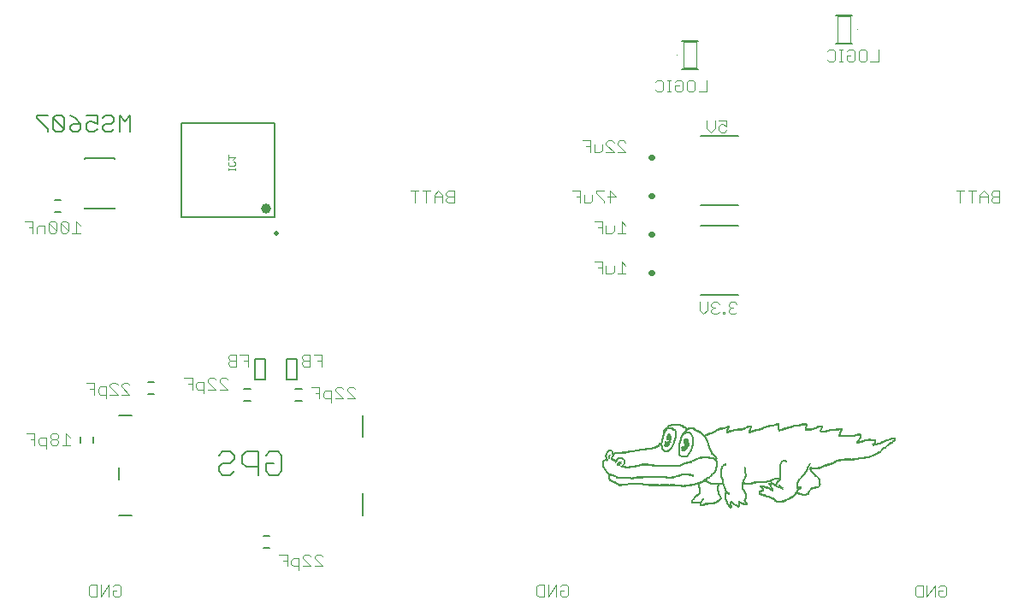
<source format=gbo>
G75*
%MOIN*%
%OFA0B0*%
%FSLAX25Y25*%
%IPPOS*%
%LPD*%
%AMOC8*
5,1,8,0,0,1.08239X$1,22.5*
%
%ADD10C,0.00800*%
%ADD11C,0.00600*%
%ADD12C,0.00400*%
%ADD13R,0.00600X0.00100*%
%ADD14R,0.00800X0.00100*%
%ADD15R,0.00900X0.00100*%
%ADD16R,0.01000X0.00100*%
%ADD17R,0.00700X0.00100*%
%ADD18R,0.01100X0.00100*%
%ADD19R,0.01200X0.00100*%
%ADD20R,0.01300X0.00100*%
%ADD21R,0.01400X0.00100*%
%ADD22R,0.01500X0.00100*%
%ADD23R,0.00500X0.00100*%
%ADD24R,0.01600X0.00100*%
%ADD25R,0.01800X0.00100*%
%ADD26R,0.01900X0.00100*%
%ADD27R,0.02200X0.00100*%
%ADD28R,0.01700X0.00100*%
%ADD29R,0.02500X0.00100*%
%ADD30R,0.04000X0.00100*%
%ADD31R,0.00300X0.00100*%
%ADD32R,0.02100X0.00100*%
%ADD33R,0.03700X0.00100*%
%ADD34R,0.03900X0.00100*%
%ADD35R,0.03000X0.00100*%
%ADD36R,0.04100X0.00100*%
%ADD37R,0.02700X0.00100*%
%ADD38R,0.03200X0.00100*%
%ADD39R,0.03400X0.00100*%
%ADD40R,0.04400X0.00100*%
%ADD41R,0.00400X0.00100*%
%ADD42R,0.02300X0.00100*%
%ADD43R,0.02000X0.00100*%
%ADD44R,0.02800X0.00100*%
%ADD45R,0.03300X0.00100*%
%ADD46R,0.03800X0.00100*%
%ADD47R,0.02600X0.00100*%
%ADD48R,0.02400X0.00100*%
%ADD49R,0.06300X0.00100*%
%ADD50R,0.17000X0.00100*%
%ADD51R,0.14000X0.00100*%
%ADD52R,0.02900X0.00100*%
%ADD53R,0.03500X0.00100*%
%ADD54R,0.14500X0.00100*%
%ADD55R,0.03600X0.00100*%
%ADD56R,0.13800X0.00100*%
%ADD57R,0.04200X0.00100*%
%ADD58R,0.04500X0.00100*%
%ADD59R,0.16300X0.00100*%
%ADD60R,0.05000X0.00100*%
%ADD61R,0.11000X0.00100*%
%ADD62R,0.05200X0.00100*%
%ADD63R,0.08700X0.00100*%
%ADD64R,0.04300X0.00100*%
%ADD65R,0.05500X0.00100*%
%ADD66R,0.07100X0.00100*%
%ADD67R,0.04700X0.00100*%
%ADD68R,0.05600X0.00100*%
%ADD69R,0.06100X0.00100*%
%ADD70R,0.04900X0.00100*%
%ADD71R,0.05100X0.00100*%
%ADD72R,0.05400X0.00100*%
%ADD73R,0.05700X0.00100*%
%ADD74R,0.08000X0.00100*%
%ADD75R,0.03100X0.00100*%
%ADD76R,0.10400X0.00100*%
%ADD77R,0.06000X0.00100*%
%ADD78R,0.06700X0.00100*%
%ADD79R,0.07400X0.00100*%
%ADD80R,0.05900X0.00100*%
%ADD81R,0.13200X0.00100*%
%ADD82R,0.12000X0.00100*%
%ADD83R,0.09500X0.00100*%
%ADD84R,0.04800X0.00100*%
%ADD85R,0.05800X0.00100*%
%ADD86R,0.10600X0.00100*%
%ADD87R,0.11200X0.00100*%
%ADD88R,0.11600X0.00100*%
%ADD89R,0.07700X0.00100*%
%ADD90R,0.06800X0.00100*%
%ADD91R,0.06400X0.00100*%
%ADD92R,0.06600X0.00100*%
%ADD93R,0.05300X0.00100*%
%ADD94R,0.06500X0.00100*%
%ADD95R,0.06900X0.00100*%
%ADD96R,0.07300X0.00100*%
%ADD97R,0.07500X0.00100*%
%ADD98R,0.07000X0.00100*%
%ADD99C,0.00787*%
%ADD100C,0.03937*%
%ADD101C,0.01969*%
%ADD102C,0.00100*%
%ADD103C,0.00500*%
%ADD104C,0.00039*%
%ADD105C,0.00295*%
%ADD106C,0.02200*%
D10*
X0103714Y0076301D02*
X0105249Y0074766D01*
X0108318Y0074766D01*
X0109852Y0076301D01*
X0108318Y0079370D02*
X0105249Y0079370D01*
X0103714Y0077835D01*
X0103714Y0076301D01*
X0108318Y0079370D02*
X0109852Y0080905D01*
X0109852Y0082439D01*
X0108318Y0083974D01*
X0105249Y0083974D01*
X0103714Y0082439D01*
X0112922Y0082439D02*
X0112922Y0079370D01*
X0114456Y0077835D01*
X0119060Y0077835D01*
X0119060Y0074766D02*
X0119060Y0083974D01*
X0114456Y0083974D01*
X0112922Y0082439D01*
X0122130Y0082439D02*
X0123664Y0083974D01*
X0126734Y0083974D01*
X0128268Y0082439D01*
X0128268Y0076301D01*
X0126734Y0074766D01*
X0123664Y0074766D01*
X0122130Y0076301D01*
X0122130Y0079370D01*
X0125199Y0079370D01*
X0121869Y0112000D02*
X0117869Y0112000D01*
X0117869Y0120000D01*
X0121869Y0120000D01*
X0121869Y0112000D01*
X0130369Y0112000D02*
X0130369Y0120000D01*
X0134369Y0120000D01*
X0134369Y0112000D01*
X0130369Y0112000D01*
X0291621Y0145114D02*
X0306188Y0145114D01*
X0306188Y0171886D02*
X0291621Y0171886D01*
X0291621Y0180114D02*
X0306188Y0180114D01*
X0306188Y0206886D02*
X0291621Y0206886D01*
D11*
X0136050Y0108362D02*
X0133688Y0108362D01*
X0133688Y0103638D02*
X0136050Y0103638D01*
X0116050Y0103638D02*
X0113688Y0103638D01*
X0113688Y0108362D02*
X0116050Y0108362D01*
X0078550Y0106138D02*
X0076188Y0106138D01*
X0076188Y0110862D02*
X0078550Y0110862D01*
X0054731Y0089681D02*
X0054731Y0087319D01*
X0050007Y0087319D02*
X0050007Y0089681D01*
X0121188Y0050862D02*
X0123550Y0050862D01*
X0123550Y0046138D02*
X0121188Y0046138D01*
X0042113Y0177201D02*
X0039751Y0177201D01*
X0039751Y0181925D02*
X0042113Y0181925D01*
X0042463Y0208524D02*
X0043531Y0209592D01*
X0039261Y0213862D01*
X0039261Y0209592D01*
X0040328Y0208524D01*
X0042463Y0208524D01*
X0043531Y0209592D02*
X0043531Y0213862D01*
X0042463Y0214930D01*
X0040328Y0214930D01*
X0039261Y0213862D01*
X0037086Y0214930D02*
X0032815Y0214930D01*
X0032815Y0213862D01*
X0037086Y0209592D01*
X0037086Y0208524D01*
X0045706Y0209592D02*
X0046774Y0208524D01*
X0048909Y0208524D01*
X0049977Y0209592D01*
X0049977Y0211727D01*
X0046774Y0211727D01*
X0045706Y0210660D01*
X0045706Y0209592D01*
X0047841Y0213862D02*
X0049977Y0211727D01*
X0052152Y0211727D02*
X0052152Y0209592D01*
X0053219Y0208524D01*
X0055354Y0208524D01*
X0056422Y0209592D01*
X0056422Y0211727D02*
X0054287Y0212795D01*
X0053219Y0212795D01*
X0052152Y0211727D01*
X0052152Y0214930D02*
X0056422Y0214930D01*
X0056422Y0211727D01*
X0058597Y0210660D02*
X0058597Y0209592D01*
X0059665Y0208524D01*
X0061800Y0208524D01*
X0062868Y0209592D01*
X0061800Y0211727D02*
X0059665Y0211727D01*
X0058597Y0210660D01*
X0058597Y0213862D02*
X0059665Y0214930D01*
X0061800Y0214930D01*
X0062868Y0213862D01*
X0062868Y0212795D01*
X0061800Y0211727D01*
X0065043Y0214930D02*
X0065043Y0208524D01*
X0069313Y0208524D02*
X0069313Y0214930D01*
X0067178Y0212795D01*
X0065043Y0214930D01*
X0047841Y0213862D02*
X0045706Y0214930D01*
D12*
X0053199Y0031159D02*
X0053199Y0028089D01*
X0053966Y0027322D01*
X0056268Y0027322D01*
X0056268Y0031926D01*
X0053966Y0031926D01*
X0053199Y0031159D01*
X0057803Y0031926D02*
X0057803Y0027322D01*
X0060872Y0031926D01*
X0060872Y0027322D01*
X0062407Y0028089D02*
X0062407Y0029624D01*
X0063941Y0029624D01*
X0062407Y0031159D02*
X0063174Y0031926D01*
X0064709Y0031926D01*
X0065476Y0031159D01*
X0065476Y0028089D01*
X0064709Y0027322D01*
X0063174Y0027322D01*
X0062407Y0028089D01*
X0127335Y0043737D02*
X0130404Y0043737D01*
X0130404Y0039133D01*
X0131939Y0039900D02*
X0132706Y0039133D01*
X0135008Y0039133D01*
X0135008Y0037598D02*
X0135008Y0042202D01*
X0132706Y0042202D01*
X0131939Y0041435D01*
X0131939Y0039900D01*
X0130404Y0041435D02*
X0128870Y0041435D01*
X0136543Y0042202D02*
X0139612Y0039133D01*
X0136543Y0039133D01*
X0136543Y0042202D02*
X0136543Y0042970D01*
X0137310Y0043737D01*
X0138845Y0043737D01*
X0139612Y0042970D01*
X0141147Y0042970D02*
X0141147Y0042202D01*
X0144216Y0039133D01*
X0141147Y0039133D01*
X0141147Y0042970D02*
X0141914Y0043737D01*
X0143449Y0043737D01*
X0144216Y0042970D01*
X0147607Y0102953D02*
X0147607Y0107557D01*
X0145305Y0107557D01*
X0144538Y0106789D01*
X0144538Y0105255D01*
X0145305Y0104487D01*
X0147607Y0104487D01*
X0149141Y0104487D02*
X0152211Y0104487D01*
X0149141Y0107557D01*
X0149141Y0108324D01*
X0149909Y0109091D01*
X0151443Y0109091D01*
X0152211Y0108324D01*
X0153745Y0108324D02*
X0154513Y0109091D01*
X0156047Y0109091D01*
X0156815Y0108324D01*
X0153745Y0108324D02*
X0153745Y0107557D01*
X0156815Y0104487D01*
X0153745Y0104487D01*
X0143003Y0104487D02*
X0143003Y0109091D01*
X0139934Y0109091D01*
X0141468Y0106789D02*
X0143003Y0106789D01*
X0143823Y0117086D02*
X0143823Y0121690D01*
X0140753Y0121690D01*
X0139219Y0121690D02*
X0136917Y0121690D01*
X0136149Y0120922D01*
X0136149Y0120155D01*
X0136917Y0119388D01*
X0139219Y0119388D01*
X0139219Y0117086D02*
X0139219Y0121690D01*
X0136917Y0119388D02*
X0136149Y0118620D01*
X0136149Y0117853D01*
X0136917Y0117086D01*
X0139219Y0117086D01*
X0142288Y0119388D02*
X0143823Y0119388D01*
X0115082Y0119388D02*
X0113548Y0119388D01*
X0115082Y0121690D02*
X0112013Y0121690D01*
X0110478Y0121690D02*
X0108176Y0121690D01*
X0107409Y0120922D01*
X0107409Y0120155D01*
X0108176Y0119388D01*
X0110478Y0119388D01*
X0108176Y0119388D02*
X0107409Y0118620D01*
X0107409Y0117853D01*
X0108176Y0117086D01*
X0110478Y0117086D01*
X0110478Y0121690D01*
X0115082Y0121690D02*
X0115082Y0117086D01*
X0107208Y0111867D02*
X0106441Y0112635D01*
X0104906Y0112635D01*
X0104139Y0111867D01*
X0104139Y0111100D01*
X0107208Y0108031D01*
X0104139Y0108031D01*
X0102604Y0108031D02*
X0099535Y0111100D01*
X0099535Y0111867D01*
X0100302Y0112635D01*
X0101837Y0112635D01*
X0102604Y0111867D01*
X0102604Y0108031D02*
X0099535Y0108031D01*
X0098000Y0108031D02*
X0095699Y0108031D01*
X0094931Y0108798D01*
X0094931Y0110333D01*
X0095699Y0111100D01*
X0098000Y0111100D01*
X0098000Y0106496D01*
X0093397Y0108031D02*
X0093397Y0112635D01*
X0090327Y0112635D01*
X0091862Y0110333D02*
X0093397Y0110333D01*
X0069019Y0109899D02*
X0068252Y0110666D01*
X0066717Y0110666D01*
X0065950Y0109899D01*
X0065950Y0109131D01*
X0069019Y0106062D01*
X0065950Y0106062D01*
X0064415Y0106062D02*
X0061346Y0109131D01*
X0061346Y0109899D01*
X0062113Y0110666D01*
X0063648Y0110666D01*
X0064415Y0109899D01*
X0064415Y0106062D02*
X0061346Y0106062D01*
X0059812Y0106062D02*
X0057510Y0106062D01*
X0056742Y0106830D01*
X0056742Y0108364D01*
X0057510Y0109131D01*
X0059812Y0109131D01*
X0059812Y0104528D01*
X0055208Y0106062D02*
X0055208Y0110666D01*
X0052138Y0110666D01*
X0053673Y0108364D02*
X0055208Y0108364D01*
X0044256Y0090981D02*
X0044256Y0086377D01*
X0042722Y0086377D02*
X0045791Y0086377D01*
X0045791Y0089446D02*
X0044256Y0090981D01*
X0041187Y0090214D02*
X0041187Y0089446D01*
X0040420Y0088679D01*
X0038885Y0088679D01*
X0038118Y0087912D01*
X0038118Y0087144D01*
X0038885Y0086377D01*
X0040420Y0086377D01*
X0041187Y0087144D01*
X0041187Y0087912D01*
X0040420Y0088679D01*
X0038885Y0088679D02*
X0038118Y0089446D01*
X0038118Y0090214D01*
X0038885Y0090981D01*
X0040420Y0090981D01*
X0041187Y0090214D01*
X0036583Y0089446D02*
X0036583Y0084843D01*
X0036583Y0086377D02*
X0034281Y0086377D01*
X0033514Y0087144D01*
X0033514Y0088679D01*
X0034281Y0089446D01*
X0036583Y0089446D01*
X0031979Y0088679D02*
X0030445Y0088679D01*
X0031979Y0086377D02*
X0031979Y0090981D01*
X0028910Y0090981D01*
X0031312Y0169054D02*
X0031312Y0173658D01*
X0028243Y0173658D01*
X0029778Y0171356D02*
X0031312Y0171356D01*
X0032847Y0171356D02*
X0032847Y0169054D01*
X0032847Y0171356D02*
X0033614Y0172124D01*
X0035916Y0172124D01*
X0035916Y0169054D01*
X0037451Y0169822D02*
X0038218Y0169054D01*
X0039753Y0169054D01*
X0040520Y0169822D01*
X0037451Y0172891D01*
X0037451Y0169822D01*
X0037451Y0172891D02*
X0038218Y0173658D01*
X0039753Y0173658D01*
X0040520Y0172891D01*
X0040520Y0169822D01*
X0042055Y0169822D02*
X0042822Y0169054D01*
X0044357Y0169054D01*
X0045124Y0169822D01*
X0042055Y0172891D01*
X0042055Y0169822D01*
X0042055Y0172891D02*
X0042822Y0173658D01*
X0044357Y0173658D01*
X0045124Y0172891D01*
X0045124Y0169822D01*
X0046659Y0169054D02*
X0049728Y0169054D01*
X0048193Y0169054D02*
X0048193Y0173658D01*
X0049728Y0172124D01*
X0178516Y0185469D02*
X0181586Y0185469D01*
X0183120Y0185469D02*
X0186189Y0185469D01*
X0184655Y0185469D02*
X0184655Y0180865D01*
X0187724Y0180865D02*
X0187724Y0183935D01*
X0189259Y0185469D01*
X0190793Y0183935D01*
X0190793Y0180865D01*
X0192328Y0181633D02*
X0193095Y0180865D01*
X0195397Y0180865D01*
X0195397Y0185469D01*
X0193095Y0185469D01*
X0192328Y0184702D01*
X0192328Y0183935D01*
X0193095Y0183167D01*
X0195397Y0183167D01*
X0193095Y0183167D02*
X0192328Y0182400D01*
X0192328Y0181633D01*
X0190793Y0183167D02*
X0187724Y0183167D01*
X0180051Y0180865D02*
X0180051Y0185469D01*
X0241508Y0185469D02*
X0244578Y0185469D01*
X0244578Y0180865D01*
X0246112Y0180865D02*
X0246112Y0183935D01*
X0244578Y0183167D02*
X0243043Y0183167D01*
X0246112Y0180865D02*
X0248414Y0180865D01*
X0249182Y0181633D01*
X0249182Y0183935D01*
X0250716Y0184702D02*
X0253786Y0181633D01*
X0253786Y0180865D01*
X0256087Y0180865D02*
X0256087Y0185469D01*
X0258389Y0183167D01*
X0255320Y0183167D01*
X0253786Y0185469D02*
X0250716Y0185469D01*
X0250716Y0184702D01*
X0250049Y0173658D02*
X0253119Y0173658D01*
X0253119Y0169054D01*
X0254653Y0169054D02*
X0254653Y0172124D01*
X0253119Y0171356D02*
X0251584Y0171356D01*
X0254653Y0169054D02*
X0256955Y0169054D01*
X0257723Y0169822D01*
X0257723Y0172124D01*
X0260792Y0173658D02*
X0260792Y0169054D01*
X0262326Y0169054D02*
X0259257Y0169054D01*
X0262326Y0172124D02*
X0260792Y0173658D01*
X0260792Y0157910D02*
X0260792Y0153306D01*
X0262326Y0153306D02*
X0259257Y0153306D01*
X0257723Y0154074D02*
X0256955Y0153306D01*
X0254653Y0153306D01*
X0254653Y0156376D01*
X0253119Y0155608D02*
X0251584Y0155608D01*
X0253119Y0153306D02*
X0253119Y0157910D01*
X0250049Y0157910D01*
X0257723Y0156376D02*
X0257723Y0154074D01*
X0260792Y0157910D02*
X0262326Y0156376D01*
X0291054Y0142162D02*
X0291054Y0139093D01*
X0292589Y0137558D01*
X0294124Y0139093D01*
X0294124Y0142162D01*
X0295658Y0141395D02*
X0295658Y0140628D01*
X0296426Y0139860D01*
X0295658Y0139093D01*
X0295658Y0138326D01*
X0296426Y0137558D01*
X0297960Y0137558D01*
X0298728Y0138326D01*
X0300262Y0138326D02*
X0300262Y0137558D01*
X0301030Y0137558D01*
X0301030Y0138326D01*
X0300262Y0138326D01*
X0302564Y0138326D02*
X0303332Y0137558D01*
X0304866Y0137558D01*
X0305634Y0138326D01*
X0304099Y0139860D02*
X0303332Y0139860D01*
X0302564Y0139093D01*
X0302564Y0138326D01*
X0303332Y0139860D02*
X0302564Y0140628D01*
X0302564Y0141395D01*
X0303332Y0142162D01*
X0304866Y0142162D01*
X0305634Y0141395D01*
X0298728Y0141395D02*
X0297960Y0142162D01*
X0296426Y0142162D01*
X0295658Y0141395D01*
X0296426Y0139860D02*
X0297193Y0139860D01*
X0262326Y0200550D02*
X0259257Y0200550D01*
X0257723Y0200550D02*
X0254653Y0203620D01*
X0254653Y0204387D01*
X0255421Y0205154D01*
X0256955Y0205154D01*
X0257723Y0204387D01*
X0259257Y0204387D02*
X0260024Y0205154D01*
X0261559Y0205154D01*
X0262326Y0204387D01*
X0259257Y0204387D02*
X0259257Y0203620D01*
X0262326Y0200550D01*
X0257723Y0200550D02*
X0254653Y0200550D01*
X0253119Y0201318D02*
X0252351Y0200550D01*
X0250049Y0200550D01*
X0250049Y0203620D01*
X0248515Y0202852D02*
X0246980Y0202852D01*
X0248515Y0200550D02*
X0248515Y0205154D01*
X0245445Y0205154D01*
X0253119Y0203620D02*
X0253119Y0201318D01*
X0274639Y0224172D02*
X0273872Y0224940D01*
X0274639Y0224172D02*
X0276174Y0224172D01*
X0276941Y0224940D01*
X0276941Y0228009D01*
X0276174Y0228776D01*
X0274639Y0228776D01*
X0273872Y0228009D01*
X0278476Y0228776D02*
X0280011Y0228776D01*
X0279243Y0228776D02*
X0279243Y0224172D01*
X0278476Y0224172D02*
X0280011Y0224172D01*
X0281545Y0224940D02*
X0281545Y0226474D01*
X0283080Y0226474D01*
X0281545Y0224940D02*
X0282313Y0224172D01*
X0283847Y0224172D01*
X0284615Y0224940D01*
X0284615Y0228009D01*
X0283847Y0228776D01*
X0282313Y0228776D01*
X0281545Y0228009D01*
X0286149Y0228009D02*
X0286149Y0224940D01*
X0286917Y0224172D01*
X0288451Y0224172D01*
X0289219Y0224940D01*
X0289219Y0228009D01*
X0288451Y0228776D01*
X0286917Y0228776D01*
X0286149Y0228009D01*
X0290753Y0224172D02*
X0293823Y0224172D01*
X0293823Y0228776D01*
X0294023Y0213028D02*
X0294023Y0209959D01*
X0295558Y0208424D01*
X0297093Y0209959D01*
X0297093Y0213028D01*
X0298627Y0213028D02*
X0301697Y0213028D01*
X0301697Y0210726D01*
X0300162Y0211494D01*
X0299395Y0211494D01*
X0298627Y0210726D01*
X0298627Y0209192D01*
X0299395Y0208424D01*
X0300929Y0208424D01*
X0301697Y0209192D01*
X0340801Y0236751D02*
X0341569Y0235983D01*
X0343103Y0235983D01*
X0343871Y0236751D01*
X0343871Y0239820D01*
X0343103Y0240587D01*
X0341569Y0240587D01*
X0340801Y0239820D01*
X0345405Y0240587D02*
X0346940Y0240587D01*
X0346173Y0240587D02*
X0346173Y0235983D01*
X0346940Y0235983D02*
X0345405Y0235983D01*
X0348475Y0236751D02*
X0348475Y0238285D01*
X0350009Y0238285D01*
X0348475Y0236751D02*
X0349242Y0235983D01*
X0350776Y0235983D01*
X0351544Y0236751D01*
X0351544Y0239820D01*
X0350776Y0240587D01*
X0349242Y0240587D01*
X0348475Y0239820D01*
X0353078Y0239820D02*
X0353078Y0236751D01*
X0353846Y0235983D01*
X0355380Y0235983D01*
X0356148Y0236751D01*
X0356148Y0239820D01*
X0355380Y0240587D01*
X0353846Y0240587D01*
X0353078Y0239820D01*
X0357682Y0235983D02*
X0360752Y0235983D01*
X0360752Y0240587D01*
X0391115Y0185469D02*
X0394184Y0185469D01*
X0395719Y0185469D02*
X0398788Y0185469D01*
X0397253Y0185469D02*
X0397253Y0180865D01*
X0400323Y0180865D02*
X0400323Y0183935D01*
X0401857Y0185469D01*
X0403392Y0183935D01*
X0403392Y0180865D01*
X0404926Y0181633D02*
X0405694Y0180865D01*
X0407996Y0180865D01*
X0407996Y0185469D01*
X0405694Y0185469D01*
X0404926Y0184702D01*
X0404926Y0183935D01*
X0405694Y0183167D01*
X0407996Y0183167D01*
X0405694Y0183167D02*
X0404926Y0182400D01*
X0404926Y0181633D01*
X0403392Y0183167D02*
X0400323Y0183167D01*
X0392649Y0180865D02*
X0392649Y0185469D01*
X0386556Y0031788D02*
X0387323Y0031021D01*
X0387323Y0027952D01*
X0386556Y0027184D01*
X0385021Y0027184D01*
X0384254Y0027952D01*
X0384254Y0029486D01*
X0385789Y0029486D01*
X0384254Y0031021D02*
X0385021Y0031788D01*
X0386556Y0031788D01*
X0382719Y0031788D02*
X0379650Y0027184D01*
X0379650Y0031788D01*
X0378115Y0031788D02*
X0378115Y0027184D01*
X0375813Y0027184D01*
X0375046Y0027952D01*
X0375046Y0031021D01*
X0375813Y0031788D01*
X0378115Y0031788D01*
X0382719Y0031788D02*
X0382719Y0027184D01*
X0239885Y0028089D02*
X0239118Y0027322D01*
X0237584Y0027322D01*
X0236816Y0028089D01*
X0236816Y0029624D01*
X0238351Y0029624D01*
X0239885Y0031159D02*
X0239885Y0028089D01*
X0239885Y0031159D02*
X0239118Y0031926D01*
X0237584Y0031926D01*
X0236816Y0031159D01*
X0235282Y0031926D02*
X0232212Y0027322D01*
X0232212Y0031926D01*
X0230678Y0031926D02*
X0228376Y0031926D01*
X0227608Y0031159D01*
X0227608Y0028089D01*
X0228376Y0027322D01*
X0230678Y0027322D01*
X0230678Y0031926D01*
X0235282Y0031926D02*
X0235282Y0027322D01*
D13*
X0288307Y0064604D03*
X0289307Y0065804D03*
X0291007Y0067204D03*
X0291107Y0067404D03*
X0291107Y0067504D03*
X0291207Y0067604D03*
X0291207Y0067704D03*
X0291207Y0067804D03*
X0291307Y0067904D03*
X0291307Y0068004D03*
X0291307Y0068104D03*
X0291307Y0069004D03*
X0291307Y0069104D03*
X0291007Y0069604D03*
X0291007Y0069704D03*
X0290907Y0070004D03*
X0290907Y0070104D03*
X0290907Y0070204D03*
X0290807Y0070504D03*
X0290807Y0070604D03*
X0290807Y0070704D03*
X0298207Y0069604D03*
X0298207Y0069504D03*
X0298207Y0069404D03*
X0298207Y0069004D03*
X0298207Y0068904D03*
X0298307Y0068704D03*
X0298307Y0068604D03*
X0298407Y0068304D03*
X0298407Y0068204D03*
X0298407Y0068104D03*
X0298507Y0067704D03*
X0298507Y0067604D03*
X0298507Y0067504D03*
X0298607Y0067304D03*
X0298607Y0067204D03*
X0298607Y0067104D03*
X0298707Y0067004D03*
X0298707Y0066904D03*
X0299107Y0066304D03*
X0299207Y0066104D03*
X0299307Y0065904D03*
X0299307Y0065804D03*
X0299407Y0065704D03*
X0299407Y0065604D03*
X0299407Y0065504D03*
X0299407Y0065304D03*
X0301207Y0065204D03*
X0301507Y0064604D03*
X0301607Y0064504D03*
X0301607Y0064404D03*
X0301607Y0064304D03*
X0301707Y0064204D03*
X0301707Y0064104D03*
X0301707Y0064004D03*
X0301807Y0063604D03*
X0303307Y0062904D03*
X0303307Y0062804D03*
X0303307Y0062704D03*
X0303407Y0062604D03*
X0303307Y0061704D03*
X0306607Y0064104D03*
X0306607Y0064204D03*
X0308707Y0064504D03*
X0308707Y0064804D03*
X0309107Y0065504D03*
X0309107Y0066404D03*
X0309107Y0066504D03*
X0309107Y0066604D03*
X0309007Y0067404D03*
X0309007Y0067504D03*
X0308807Y0067904D03*
X0308707Y0068004D03*
X0308107Y0068904D03*
X0308007Y0069104D03*
X0308007Y0069204D03*
X0307907Y0069304D03*
X0307907Y0069404D03*
X0307907Y0069504D03*
X0307807Y0069604D03*
X0307807Y0069704D03*
X0307807Y0069804D03*
X0307807Y0070704D03*
X0307807Y0070804D03*
X0307807Y0070904D03*
X0307907Y0071004D03*
X0308107Y0071604D03*
X0308207Y0071804D03*
X0308207Y0071904D03*
X0308307Y0072004D03*
X0308307Y0072104D03*
X0308307Y0072204D03*
X0308407Y0072604D03*
X0308607Y0073004D03*
X0308707Y0073204D03*
X0308907Y0073604D03*
X0309007Y0073704D03*
X0309007Y0073804D03*
X0309007Y0073904D03*
X0309007Y0075204D03*
X0309007Y0075304D03*
X0309007Y0075404D03*
X0315507Y0070404D03*
X0315907Y0069004D03*
X0315907Y0068904D03*
X0314507Y0067704D03*
X0314507Y0067404D03*
X0319007Y0069804D03*
X0319007Y0069904D03*
X0318907Y0070004D03*
X0318907Y0070104D03*
X0318807Y0070304D03*
X0318807Y0070404D03*
X0318707Y0070504D03*
X0318707Y0070604D03*
X0319307Y0069304D03*
X0321207Y0071304D03*
X0321307Y0071504D03*
X0322507Y0072804D03*
X0322507Y0073804D03*
X0322507Y0073904D03*
X0322507Y0074004D03*
X0322507Y0074704D03*
X0322507Y0074804D03*
X0322507Y0074904D03*
X0329507Y0072104D03*
X0329507Y0072004D03*
X0329407Y0071804D03*
X0329407Y0071704D03*
X0329307Y0071504D03*
X0329307Y0071404D03*
X0329207Y0071204D03*
X0329207Y0071104D03*
X0329207Y0071004D03*
X0329207Y0069904D03*
X0329207Y0069804D03*
X0329207Y0068204D03*
X0329007Y0067904D03*
X0328507Y0067304D03*
X0328507Y0067204D03*
X0328407Y0067104D03*
X0333407Y0067304D03*
X0333507Y0067504D03*
X0333607Y0067704D03*
X0333607Y0067804D03*
X0333707Y0068004D03*
X0337907Y0070504D03*
X0338007Y0070604D03*
X0338007Y0070704D03*
X0338007Y0070804D03*
X0338007Y0071004D03*
X0338007Y0071104D03*
X0338007Y0071204D03*
X0337907Y0071304D03*
X0337907Y0071404D03*
X0337907Y0071504D03*
X0337907Y0071904D03*
X0337907Y0072004D03*
X0337907Y0072104D03*
X0337907Y0072204D03*
X0337907Y0072304D03*
X0337907Y0072404D03*
X0337807Y0072804D03*
X0337807Y0072904D03*
X0334607Y0076204D03*
X0334507Y0076304D03*
X0334207Y0076904D03*
X0333207Y0076904D03*
X0333207Y0077004D03*
X0333207Y0077104D03*
X0333307Y0077404D03*
X0333307Y0077504D03*
X0333307Y0077604D03*
X0333407Y0077704D03*
X0333107Y0076804D03*
X0332907Y0076404D03*
X0332807Y0076204D03*
X0332707Y0076004D03*
X0334007Y0078604D03*
X0334007Y0078704D03*
X0322907Y0079204D03*
X0322907Y0079304D03*
X0322807Y0079104D03*
X0322807Y0079004D03*
X0322707Y0078804D03*
X0322607Y0078604D03*
X0322607Y0078504D03*
X0322207Y0091804D03*
X0321907Y0092504D03*
X0321907Y0092604D03*
X0321807Y0093104D03*
X0321807Y0093204D03*
X0321807Y0093304D03*
X0321807Y0093404D03*
X0321807Y0093504D03*
X0321807Y0093604D03*
X0332607Y0093304D03*
X0332607Y0093204D03*
X0332807Y0093704D03*
X0332907Y0093804D03*
X0332907Y0093904D03*
X0332907Y0094004D03*
X0338307Y0092004D03*
X0338307Y0091904D03*
X0338407Y0092204D03*
X0338507Y0092404D03*
X0338607Y0092604D03*
X0338707Y0092804D03*
X0338707Y0092904D03*
X0338807Y0093104D03*
X0338807Y0093204D03*
X0345907Y0091104D03*
X0345907Y0091004D03*
X0345907Y0090904D03*
X0345907Y0090804D03*
X0345807Y0090704D03*
X0345807Y0090604D03*
X0345707Y0090404D03*
X0345607Y0090204D03*
X0345607Y0090104D03*
X0346007Y0091304D03*
X0346107Y0091504D03*
X0346407Y0092004D03*
X0346407Y0092204D03*
X0353807Y0090004D03*
X0353707Y0089104D03*
X0353707Y0089004D03*
X0353607Y0088804D03*
X0352807Y0087804D03*
X0358707Y0086204D03*
X0359507Y0087004D03*
X0359607Y0087104D03*
X0359607Y0087204D03*
X0359607Y0087304D03*
X0359607Y0087704D03*
X0367307Y0088404D03*
X0367307Y0088504D03*
X0311207Y0093104D03*
X0311007Y0092704D03*
X0310907Y0092504D03*
X0310807Y0092304D03*
X0310707Y0092104D03*
X0310607Y0091904D03*
X0310607Y0091804D03*
X0302407Y0092804D03*
X0301807Y0091904D03*
X0301807Y0091704D03*
X0301807Y0091604D03*
X0293907Y0088304D03*
X0293907Y0088204D03*
X0293807Y0088404D03*
X0293607Y0088804D03*
X0293407Y0089204D03*
X0293307Y0089304D03*
X0294007Y0088004D03*
X0294107Y0087804D03*
X0294107Y0087704D03*
X0294207Y0087604D03*
X0294207Y0087504D03*
X0294307Y0087304D03*
X0294307Y0087204D03*
X0294407Y0087104D03*
X0294407Y0087004D03*
X0294407Y0086904D03*
X0294507Y0086704D03*
X0294507Y0086604D03*
X0294507Y0086504D03*
X0294607Y0086404D03*
X0294607Y0086304D03*
X0294607Y0086204D03*
X0294707Y0086004D03*
X0294707Y0085904D03*
X0294707Y0085804D03*
X0294807Y0085704D03*
X0294807Y0085604D03*
X0294907Y0085404D03*
X0294907Y0085304D03*
X0295007Y0085204D03*
X0295007Y0085104D03*
X0295107Y0084904D03*
X0295207Y0084704D03*
X0295407Y0084304D03*
X0295507Y0084204D03*
X0295507Y0084104D03*
X0295507Y0084004D03*
X0295607Y0083904D03*
X0295807Y0083504D03*
X0295907Y0083304D03*
X0295907Y0083204D03*
X0296007Y0083004D03*
X0297407Y0081604D03*
X0297707Y0081104D03*
X0297707Y0081004D03*
X0297707Y0080004D03*
X0297707Y0079904D03*
X0297707Y0077904D03*
X0297707Y0077804D03*
X0297707Y0077704D03*
X0297607Y0077404D03*
X0297607Y0077304D03*
X0297607Y0077204D03*
X0297507Y0076904D03*
X0297507Y0076804D03*
X0297507Y0076704D03*
X0297407Y0076504D03*
X0297407Y0076404D03*
X0297407Y0076304D03*
X0297307Y0076204D03*
X0297307Y0076104D03*
X0299507Y0076304D03*
X0299507Y0076404D03*
X0299507Y0076504D03*
X0299607Y0076704D03*
X0299607Y0076804D03*
X0299707Y0077104D03*
X0299707Y0077204D03*
X0299707Y0077304D03*
X0299807Y0077404D03*
X0299807Y0077504D03*
X0299507Y0074604D03*
X0299507Y0074504D03*
X0299507Y0074404D03*
X0299607Y0074004D03*
X0299807Y0073504D03*
X0299807Y0073404D03*
X0299907Y0073304D03*
X0299907Y0073204D03*
X0300007Y0073004D03*
X0300007Y0072904D03*
X0300107Y0071704D03*
X0300107Y0071604D03*
X0300207Y0071404D03*
X0300507Y0070704D03*
X0300507Y0070604D03*
X0300607Y0070504D03*
X0300607Y0070404D03*
X0300607Y0070304D03*
X0300707Y0070104D03*
X0300707Y0070004D03*
X0300807Y0069804D03*
X0301007Y0069404D03*
X0301107Y0069204D03*
X0301107Y0069104D03*
X0301107Y0069004D03*
X0301207Y0068904D03*
X0301207Y0068804D03*
X0301207Y0068704D03*
X0301307Y0068604D03*
X0301307Y0068504D03*
X0301107Y0067104D03*
X0301107Y0066204D03*
X0301107Y0066104D03*
X0301107Y0066004D03*
X0302607Y0067104D03*
X0298307Y0070104D03*
X0298307Y0070204D03*
X0298407Y0070404D03*
X0298407Y0070504D03*
X0291907Y0064204D03*
X0291807Y0064104D03*
X0291507Y0063404D03*
X0291507Y0063304D03*
X0309207Y0063804D03*
X0287307Y0083304D03*
X0287407Y0083504D03*
X0287707Y0084004D03*
X0287807Y0084204D03*
X0287807Y0084304D03*
X0287907Y0084504D03*
X0288107Y0084904D03*
X0288107Y0085004D03*
X0288207Y0085304D03*
X0288207Y0085404D03*
X0288207Y0085504D03*
X0288307Y0085604D03*
X0288407Y0085904D03*
X0288507Y0087004D03*
X0288507Y0087104D03*
X0288507Y0087204D03*
X0288607Y0087404D03*
X0288607Y0087504D03*
X0288607Y0087604D03*
X0288607Y0088804D03*
X0288607Y0088904D03*
X0288607Y0089004D03*
X0288507Y0089104D03*
X0288507Y0089204D03*
X0288407Y0089404D03*
X0288307Y0089604D03*
X0288207Y0089804D03*
X0284507Y0090104D03*
X0284207Y0089604D03*
X0284107Y0089404D03*
X0284007Y0089204D03*
X0283907Y0089104D03*
X0283907Y0089004D03*
X0283907Y0088904D03*
X0283807Y0088804D03*
X0283807Y0088704D03*
X0283807Y0088604D03*
X0283707Y0088304D03*
X0283707Y0088204D03*
X0283707Y0088104D03*
X0283607Y0087904D03*
X0283607Y0087804D03*
X0283607Y0087704D03*
X0283507Y0087304D03*
X0283507Y0087204D03*
X0283407Y0087004D03*
X0283407Y0086904D03*
X0283307Y0086804D03*
X0283307Y0086704D03*
X0283307Y0086604D03*
X0283207Y0086204D03*
X0283207Y0086104D03*
X0283207Y0086004D03*
X0281207Y0087104D03*
X0281207Y0087204D03*
X0281107Y0087004D03*
X0281107Y0086904D03*
X0281007Y0086704D03*
X0280907Y0086504D03*
X0280807Y0086304D03*
X0280607Y0085904D03*
X0280507Y0085804D03*
X0280407Y0085504D03*
X0280307Y0085404D03*
X0280307Y0085304D03*
X0280307Y0085204D03*
X0280207Y0085104D03*
X0281307Y0087404D03*
X0281307Y0087504D03*
X0281307Y0087604D03*
X0281407Y0088004D03*
X0281407Y0088104D03*
X0281407Y0088204D03*
X0281507Y0088304D03*
X0281507Y0088404D03*
X0281507Y0088504D03*
X0281607Y0088704D03*
X0281607Y0088804D03*
X0281707Y0089004D03*
X0281707Y0089104D03*
X0281707Y0089204D03*
X0281807Y0089904D03*
X0281807Y0090004D03*
X0281807Y0090104D03*
X0281807Y0091404D03*
X0281807Y0091504D03*
X0281707Y0091704D03*
X0277107Y0090304D03*
X0277107Y0090204D03*
X0277107Y0090104D03*
X0277007Y0090004D03*
X0277007Y0089904D03*
X0277007Y0089804D03*
X0276907Y0089604D03*
X0276907Y0089504D03*
X0276807Y0089304D03*
X0276807Y0089204D03*
X0276707Y0088904D03*
X0276707Y0088804D03*
X0276707Y0088704D03*
X0276607Y0088204D03*
X0276607Y0088104D03*
X0276607Y0088004D03*
X0276507Y0087804D03*
X0276507Y0087704D03*
X0276507Y0087604D03*
X0276407Y0087404D03*
X0276407Y0087304D03*
X0276407Y0087204D03*
X0276307Y0087104D03*
X0276307Y0086204D03*
X0276307Y0086104D03*
X0276307Y0086004D03*
X0276407Y0085804D03*
X0276407Y0085704D03*
X0276407Y0085604D03*
X0276507Y0085404D03*
X0276507Y0085304D03*
X0276507Y0085204D03*
X0276607Y0084704D03*
X0283207Y0082604D03*
X0261907Y0080104D03*
X0261907Y0080004D03*
X0261907Y0079204D03*
X0261907Y0079104D03*
X0258507Y0079604D03*
X0258507Y0079704D03*
X0257007Y0080904D03*
X0257007Y0081204D03*
X0257007Y0081304D03*
X0257007Y0081404D03*
X0257107Y0081504D03*
X0257107Y0081604D03*
X0257407Y0082104D03*
X0257407Y0082504D03*
X0257307Y0083104D03*
X0257307Y0083204D03*
X0257307Y0083304D03*
X0257207Y0083504D03*
X0257207Y0083604D03*
X0256007Y0084304D03*
X0255107Y0083304D03*
X0255007Y0083104D03*
X0254907Y0082904D03*
X0254807Y0082704D03*
X0254807Y0082604D03*
X0254707Y0082504D03*
X0254707Y0082404D03*
X0254707Y0082304D03*
X0254707Y0081604D03*
X0254707Y0081504D03*
X0254707Y0081404D03*
X0254807Y0081304D03*
X0254807Y0081204D03*
X0254807Y0081104D03*
X0254907Y0080904D03*
X0254907Y0080804D03*
X0256007Y0081004D03*
X0253607Y0079804D03*
X0253607Y0079704D03*
X0253507Y0079304D03*
X0253507Y0079204D03*
X0253507Y0079104D03*
X0253507Y0078204D03*
X0253507Y0078104D03*
X0253607Y0077904D03*
X0253607Y0077804D03*
X0253707Y0077604D03*
X0254407Y0076604D03*
X0254507Y0076504D03*
X0254707Y0076104D03*
X0255907Y0074104D03*
X0255907Y0074004D03*
X0255907Y0073904D03*
X0255907Y0073504D03*
X0255907Y0073404D03*
X0255907Y0073304D03*
X0256007Y0073004D03*
D14*
X0256107Y0072804D03*
X0255207Y0075504D03*
X0255107Y0075604D03*
X0255007Y0075704D03*
X0254907Y0075804D03*
X0254307Y0076704D03*
X0254207Y0076904D03*
X0254107Y0077004D03*
X0253807Y0077404D03*
X0253707Y0079904D03*
X0253807Y0080004D03*
X0255907Y0081404D03*
X0255907Y0081504D03*
X0255907Y0081604D03*
X0255907Y0081704D03*
X0255907Y0081804D03*
X0255907Y0081904D03*
X0256007Y0082004D03*
X0256007Y0082104D03*
X0257307Y0081904D03*
X0258507Y0079804D03*
X0261307Y0078404D03*
X0261607Y0078704D03*
X0261707Y0078804D03*
X0255407Y0083704D03*
X0276707Y0084504D03*
X0276807Y0084404D03*
X0276907Y0084304D03*
X0279807Y0084604D03*
X0279907Y0084704D03*
X0280007Y0084804D03*
X0280107Y0084904D03*
X0283307Y0082404D03*
X0283407Y0082304D03*
X0286907Y0082704D03*
X0296107Y0082904D03*
X0296907Y0082204D03*
X0297007Y0082104D03*
X0297107Y0082004D03*
X0297207Y0081904D03*
X0297607Y0081304D03*
X0296907Y0080804D03*
X0297507Y0080204D03*
X0300007Y0077804D03*
X0300107Y0077904D03*
X0300207Y0078004D03*
X0300307Y0078104D03*
X0300407Y0078204D03*
X0301107Y0078804D03*
X0297107Y0075804D03*
X0296807Y0075404D03*
X0296707Y0075304D03*
X0295907Y0074604D03*
X0295807Y0074504D03*
X0295707Y0074404D03*
X0295607Y0074304D03*
X0295507Y0074204D03*
X0295407Y0074104D03*
X0295307Y0074004D03*
X0298907Y0066604D03*
X0299307Y0065104D03*
X0299207Y0065004D03*
X0301207Y0067304D03*
X0301807Y0067904D03*
X0301707Y0068004D03*
X0301607Y0068104D03*
X0301507Y0068204D03*
X0302507Y0067204D03*
X0303507Y0064204D03*
X0302207Y0063004D03*
X0302307Y0062904D03*
X0302407Y0062804D03*
X0302507Y0062704D03*
X0302607Y0062604D03*
X0301907Y0063404D03*
X0303307Y0061804D03*
X0306707Y0064004D03*
X0308807Y0064304D03*
X0308907Y0064204D03*
X0309007Y0064104D03*
X0309407Y0063504D03*
X0309407Y0063304D03*
X0308807Y0065004D03*
X0308607Y0068204D03*
X0308507Y0068304D03*
X0308507Y0068404D03*
X0308407Y0068504D03*
X0314607Y0067904D03*
X0315707Y0069304D03*
X0315607Y0069404D03*
X0315507Y0069504D03*
X0318507Y0070904D03*
X0319307Y0071504D03*
X0321007Y0071104D03*
X0321507Y0071804D03*
X0321607Y0071904D03*
X0321707Y0072004D03*
X0322407Y0072604D03*
X0322307Y0070504D03*
X0323307Y0069304D03*
X0319407Y0068504D03*
X0320407Y0064804D03*
X0320507Y0064704D03*
X0320707Y0064504D03*
X0328007Y0066504D03*
X0328907Y0067804D03*
X0329307Y0068404D03*
X0329607Y0068804D03*
X0329707Y0072404D03*
X0330007Y0072804D03*
X0330107Y0072904D03*
X0330207Y0073004D03*
X0330307Y0073104D03*
X0330407Y0073204D03*
X0330607Y0073404D03*
X0330707Y0073504D03*
X0330707Y0073604D03*
X0330807Y0073704D03*
X0330907Y0073804D03*
X0331007Y0073904D03*
X0331107Y0074004D03*
X0331207Y0074104D03*
X0331307Y0074204D03*
X0331407Y0074304D03*
X0331507Y0074404D03*
X0331607Y0074504D03*
X0331707Y0074604D03*
X0332007Y0075004D03*
X0332507Y0075704D03*
X0334707Y0076004D03*
X0334807Y0075904D03*
X0334907Y0075804D03*
X0335007Y0075704D03*
X0335107Y0075604D03*
X0335407Y0075204D03*
X0335507Y0075104D03*
X0335807Y0074704D03*
X0335907Y0074604D03*
X0337307Y0073504D03*
X0337407Y0073404D03*
X0337507Y0073304D03*
X0337607Y0073204D03*
X0337807Y0070304D03*
X0337707Y0070204D03*
X0337607Y0070104D03*
X0334607Y0069004D03*
X0334507Y0068904D03*
X0334407Y0068804D03*
X0334307Y0068704D03*
X0334207Y0068604D03*
X0334107Y0068504D03*
X0334007Y0068404D03*
X0333907Y0068304D03*
X0333507Y0077904D03*
X0333807Y0078304D03*
X0323207Y0079704D03*
X0323107Y0079604D03*
X0302307Y0092604D03*
X0302207Y0092504D03*
X0302107Y0092404D03*
X0302307Y0093504D03*
X0293207Y0089504D03*
X0292707Y0090104D03*
X0292107Y0090604D03*
X0292007Y0090704D03*
X0285707Y0091704D03*
X0285607Y0091604D03*
X0285507Y0091504D03*
X0285807Y0092704D03*
X0281507Y0091904D03*
X0278907Y0093304D03*
X0277307Y0090904D03*
X0275007Y0074104D03*
X0279407Y0070304D03*
X0288407Y0064804D03*
X0288507Y0064904D03*
X0288607Y0065004D03*
X0288707Y0065104D03*
X0288807Y0065204D03*
X0288907Y0065304D03*
X0289507Y0066104D03*
X0289607Y0066204D03*
X0292207Y0064704D03*
X0292507Y0065104D03*
X0292507Y0065204D03*
X0345707Y0089504D03*
X0346307Y0091804D03*
X0353207Y0088304D03*
X0353307Y0088404D03*
X0353407Y0088504D03*
X0361707Y0083804D03*
X0361807Y0083904D03*
X0361907Y0084004D03*
X0362007Y0084104D03*
X0362107Y0084204D03*
X0362207Y0084304D03*
X0364107Y0085804D03*
X0364207Y0085904D03*
X0367107Y0088104D03*
D15*
X0367057Y0088004D03*
X0366957Y0087904D03*
X0366557Y0087604D03*
X0366457Y0087504D03*
X0364957Y0086504D03*
X0364557Y0086204D03*
X0364457Y0086104D03*
X0364357Y0086004D03*
X0363957Y0085704D03*
X0363857Y0085604D03*
X0363757Y0085504D03*
X0362657Y0084704D03*
X0362557Y0084604D03*
X0362357Y0084504D03*
X0362257Y0084404D03*
X0361557Y0083704D03*
X0361457Y0083604D03*
X0359257Y0086804D03*
X0359357Y0086904D03*
X0353157Y0088204D03*
X0353057Y0088104D03*
X0334557Y0077404D03*
X0336057Y0074504D03*
X0336157Y0074404D03*
X0336257Y0074304D03*
X0337057Y0073704D03*
X0337157Y0073604D03*
X0337457Y0070004D03*
X0334757Y0069104D03*
X0330457Y0069904D03*
X0329757Y0068904D03*
X0327857Y0066404D03*
X0322457Y0070204D03*
X0322357Y0070404D03*
X0320757Y0070504D03*
X0322057Y0072304D03*
X0322157Y0072404D03*
X0322257Y0072504D03*
X0323357Y0079804D03*
X0310757Y0091004D03*
X0310857Y0093704D03*
X0321657Y0094604D03*
X0332857Y0092004D03*
X0300557Y0078304D03*
X0297457Y0080304D03*
X0296757Y0082304D03*
X0296657Y0082404D03*
X0296157Y0082804D03*
X0296557Y0075204D03*
X0296457Y0075104D03*
X0296357Y0075004D03*
X0296257Y0074904D03*
X0295957Y0074704D03*
X0295157Y0073904D03*
X0295057Y0073804D03*
X0290757Y0066904D03*
X0289057Y0065504D03*
X0288957Y0065404D03*
X0291357Y0063504D03*
X0298757Y0064604D03*
X0298857Y0064704D03*
X0298957Y0064804D03*
X0299057Y0064904D03*
X0303557Y0064104D03*
X0304157Y0063604D03*
X0304257Y0063504D03*
X0304357Y0063404D03*
X0304557Y0063304D03*
X0304657Y0063204D03*
X0303257Y0061904D03*
X0306357Y0062204D03*
X0306757Y0063904D03*
X0314757Y0068004D03*
X0320257Y0065004D03*
X0320357Y0064904D03*
X0286357Y0082004D03*
X0284957Y0083804D03*
X0283557Y0082204D03*
X0279657Y0084504D03*
X0279557Y0084404D03*
X0279457Y0084304D03*
X0278257Y0083504D03*
X0277157Y0084104D03*
X0277057Y0084204D03*
X0275157Y0086004D03*
X0275257Y0086104D03*
X0276157Y0087004D03*
X0279557Y0087704D03*
X0279557Y0087804D03*
X0279657Y0087904D03*
X0279657Y0088004D03*
X0279657Y0088104D03*
X0279657Y0088204D03*
X0277357Y0091004D03*
X0277457Y0091304D03*
X0277457Y0091404D03*
X0278057Y0092304D03*
X0278157Y0092404D03*
X0278957Y0093404D03*
X0281457Y0092004D03*
X0284757Y0090304D03*
X0285857Y0091804D03*
X0285957Y0091904D03*
X0286057Y0092004D03*
X0286157Y0092104D03*
X0286257Y0092204D03*
X0285757Y0092804D03*
X0285657Y0092904D03*
X0287357Y0090904D03*
X0287457Y0090804D03*
X0287557Y0090704D03*
X0288957Y0092504D03*
X0289157Y0092404D03*
X0291857Y0090804D03*
X0292257Y0090504D03*
X0292357Y0090404D03*
X0292457Y0090304D03*
X0292557Y0090204D03*
X0279057Y0073204D03*
X0275557Y0070304D03*
X0261257Y0078304D03*
X0261157Y0078204D03*
X0259657Y0078304D03*
X0258457Y0079904D03*
X0259257Y0080804D03*
X0254957Y0080704D03*
X0254257Y0076804D03*
X0255357Y0075404D03*
X0255457Y0075304D03*
X0255557Y0075204D03*
X0255657Y0075104D03*
X0256357Y0072604D03*
X0258757Y0073704D03*
D16*
X0258607Y0073804D03*
X0256507Y0072504D03*
X0259407Y0070904D03*
X0259607Y0078404D03*
X0260107Y0079704D03*
X0259407Y0080904D03*
X0261207Y0080904D03*
X0261307Y0080804D03*
X0261407Y0080704D03*
X0257207Y0080704D03*
X0257607Y0082604D03*
X0253907Y0080104D03*
X0274407Y0073604D03*
X0279207Y0084104D03*
X0279307Y0084204D03*
X0279507Y0087604D03*
X0279307Y0090304D03*
X0277407Y0091104D03*
X0277407Y0091204D03*
X0277507Y0091504D03*
X0277507Y0091604D03*
X0278307Y0092504D03*
X0279107Y0093504D03*
X0280907Y0092404D03*
X0281207Y0092204D03*
X0281307Y0092104D03*
X0284807Y0090404D03*
X0284907Y0090504D03*
X0285007Y0090604D03*
X0285807Y0088604D03*
X0285507Y0093004D03*
X0289307Y0092304D03*
X0289407Y0092204D03*
X0289507Y0092104D03*
X0291807Y0090904D03*
X0293207Y0089704D03*
X0297307Y0091604D03*
X0297507Y0091704D03*
X0297707Y0091804D03*
X0302207Y0091104D03*
X0309207Y0092904D03*
X0310807Y0091104D03*
X0301007Y0078704D03*
X0297407Y0080404D03*
X0296707Y0080904D03*
X0296507Y0082504D03*
X0296407Y0082604D03*
X0296307Y0082704D03*
X0296107Y0074804D03*
X0294907Y0073704D03*
X0294807Y0073604D03*
X0294207Y0073204D03*
X0294007Y0073104D03*
X0293907Y0073004D03*
X0293707Y0072904D03*
X0289807Y0066304D03*
X0298307Y0064304D03*
X0298407Y0064404D03*
X0301807Y0067804D03*
X0302407Y0067304D03*
X0303607Y0064004D03*
X0303207Y0062004D03*
X0305807Y0062604D03*
X0314707Y0067304D03*
X0315707Y0068704D03*
X0319307Y0068604D03*
X0320607Y0070604D03*
X0320907Y0070404D03*
X0321007Y0070304D03*
X0321107Y0070204D03*
X0322407Y0070304D03*
X0323207Y0069404D03*
X0321807Y0072104D03*
X0321907Y0072204D03*
X0322307Y0073404D03*
X0329907Y0069004D03*
X0327707Y0066304D03*
X0327607Y0066204D03*
X0327507Y0066104D03*
X0327407Y0066004D03*
X0327207Y0065904D03*
X0327007Y0065804D03*
X0319907Y0065204D03*
X0334907Y0069204D03*
X0336907Y0073804D03*
X0336807Y0073904D03*
X0336707Y0074004D03*
X0336507Y0074104D03*
X0336407Y0074204D03*
X0357407Y0088504D03*
X0362807Y0084804D03*
X0362907Y0084904D03*
X0363207Y0085104D03*
X0363307Y0085204D03*
X0363507Y0085304D03*
X0363607Y0085404D03*
X0364707Y0086304D03*
X0364807Y0086404D03*
X0365107Y0086604D03*
X0365407Y0086804D03*
X0366007Y0087204D03*
X0366107Y0087304D03*
X0366307Y0087404D03*
X0366707Y0087704D03*
X0366807Y0087804D03*
X0361307Y0083504D03*
X0361207Y0083404D03*
X0283807Y0082004D03*
X0283707Y0082104D03*
X0276107Y0086904D03*
X0275007Y0085904D03*
X0274907Y0085804D03*
D17*
X0275357Y0086204D03*
X0275457Y0086304D03*
X0275557Y0086404D03*
X0276657Y0084604D03*
X0277957Y0087504D03*
X0276857Y0089404D03*
X0277257Y0090804D03*
X0279357Y0090404D03*
X0281757Y0091604D03*
X0281657Y0091804D03*
X0278757Y0093204D03*
X0284357Y0089904D03*
X0284357Y0089804D03*
X0284257Y0089704D03*
X0284157Y0089504D03*
X0284057Y0089304D03*
X0284457Y0090004D03*
X0284557Y0090204D03*
X0287657Y0090604D03*
X0287757Y0090504D03*
X0287857Y0090404D03*
X0287857Y0090304D03*
X0287957Y0090204D03*
X0288057Y0090104D03*
X0288057Y0090004D03*
X0288157Y0089904D03*
X0288257Y0089704D03*
X0288357Y0089504D03*
X0288457Y0089304D03*
X0288357Y0085804D03*
X0288357Y0085704D03*
X0288057Y0084804D03*
X0287957Y0084704D03*
X0287957Y0084604D03*
X0287757Y0084104D03*
X0287657Y0083904D03*
X0287557Y0083804D03*
X0287557Y0083704D03*
X0287457Y0083604D03*
X0287357Y0083404D03*
X0287257Y0083204D03*
X0287157Y0083104D03*
X0287157Y0083004D03*
X0287057Y0082904D03*
X0286957Y0082804D03*
X0286857Y0082604D03*
X0286757Y0082504D03*
X0286657Y0082404D03*
X0286657Y0082304D03*
X0286557Y0082204D03*
X0286457Y0082104D03*
X0283257Y0082504D03*
X0280157Y0085004D03*
X0280457Y0085604D03*
X0280457Y0085704D03*
X0280657Y0086004D03*
X0280657Y0086104D03*
X0280757Y0086204D03*
X0280857Y0086404D03*
X0280957Y0086604D03*
X0281057Y0086804D03*
X0283457Y0087104D03*
X0293157Y0089604D03*
X0293257Y0089404D03*
X0293457Y0089104D03*
X0293457Y0089004D03*
X0293557Y0088904D03*
X0293657Y0088704D03*
X0293757Y0088604D03*
X0293757Y0088504D03*
X0293957Y0088104D03*
X0294057Y0087904D03*
X0294257Y0087404D03*
X0294857Y0085504D03*
X0295057Y0085004D03*
X0295157Y0084804D03*
X0295257Y0084604D03*
X0295357Y0084504D03*
X0295357Y0084404D03*
X0295657Y0083804D03*
X0295657Y0083704D03*
X0295757Y0083604D03*
X0295857Y0083404D03*
X0297257Y0081804D03*
X0297357Y0081704D03*
X0297457Y0081504D03*
X0297557Y0081404D03*
X0297657Y0081204D03*
X0297657Y0080104D03*
X0299957Y0077704D03*
X0299857Y0077604D03*
X0297257Y0076004D03*
X0297157Y0075904D03*
X0297057Y0075704D03*
X0296957Y0075604D03*
X0296857Y0075504D03*
X0299657Y0073904D03*
X0299657Y0073804D03*
X0299657Y0073704D03*
X0299757Y0073604D03*
X0299957Y0073104D03*
X0300157Y0071504D03*
X0300257Y0071304D03*
X0300757Y0069904D03*
X0300857Y0069704D03*
X0300957Y0069604D03*
X0300957Y0069504D03*
X0301357Y0068404D03*
X0301457Y0068304D03*
X0301157Y0067204D03*
X0301257Y0065104D03*
X0301257Y0065004D03*
X0301357Y0064904D03*
X0301457Y0064804D03*
X0301457Y0064704D03*
X0301857Y0063504D03*
X0301957Y0063304D03*
X0302057Y0063204D03*
X0302157Y0063104D03*
X0303457Y0064304D03*
X0306357Y0062104D03*
X0308957Y0062804D03*
X0309457Y0063404D03*
X0309357Y0063604D03*
X0309257Y0063704D03*
X0309157Y0063904D03*
X0309057Y0064004D03*
X0308757Y0064404D03*
X0308757Y0064904D03*
X0308857Y0065104D03*
X0308957Y0065204D03*
X0309057Y0065304D03*
X0309057Y0065404D03*
X0308957Y0067604D03*
X0308857Y0067704D03*
X0308857Y0067804D03*
X0308657Y0068104D03*
X0308257Y0068604D03*
X0308257Y0068704D03*
X0308157Y0068804D03*
X0308057Y0069004D03*
X0308457Y0072704D03*
X0308457Y0072804D03*
X0308557Y0072904D03*
X0308657Y0073104D03*
X0308757Y0073304D03*
X0308857Y0073404D03*
X0308857Y0073504D03*
X0315257Y0069804D03*
X0315357Y0069704D03*
X0315457Y0069604D03*
X0315757Y0069204D03*
X0315857Y0069104D03*
X0315857Y0068804D03*
X0314557Y0067804D03*
X0319057Y0069704D03*
X0319157Y0069604D03*
X0319157Y0069504D03*
X0319257Y0069404D03*
X0318857Y0070204D03*
X0318657Y0070704D03*
X0318557Y0070804D03*
X0321157Y0071204D03*
X0321257Y0071404D03*
X0321357Y0071604D03*
X0321457Y0071704D03*
X0322257Y0070604D03*
X0323357Y0069204D03*
X0322457Y0072704D03*
X0329357Y0071604D03*
X0329557Y0072204D03*
X0329657Y0072304D03*
X0329757Y0072504D03*
X0329857Y0072604D03*
X0329957Y0072704D03*
X0330457Y0073304D03*
X0331757Y0074704D03*
X0331857Y0074804D03*
X0331957Y0074904D03*
X0332057Y0075104D03*
X0332157Y0075204D03*
X0332257Y0075304D03*
X0332257Y0075404D03*
X0332357Y0075504D03*
X0332457Y0075604D03*
X0332557Y0075804D03*
X0332657Y0075904D03*
X0332757Y0076104D03*
X0332857Y0076304D03*
X0332957Y0076504D03*
X0333057Y0076604D03*
X0333057Y0076704D03*
X0333457Y0077804D03*
X0333557Y0078004D03*
X0333657Y0078104D03*
X0333757Y0078204D03*
X0333857Y0078404D03*
X0333957Y0078504D03*
X0334557Y0077504D03*
X0334257Y0076804D03*
X0334257Y0076704D03*
X0334357Y0076604D03*
X0334457Y0076504D03*
X0334457Y0076404D03*
X0334657Y0076104D03*
X0335157Y0075504D03*
X0335257Y0075404D03*
X0335357Y0075304D03*
X0335557Y0075004D03*
X0335657Y0074904D03*
X0335757Y0074804D03*
X0337657Y0073104D03*
X0337757Y0073004D03*
X0337857Y0070404D03*
X0333857Y0068204D03*
X0333757Y0068104D03*
X0333557Y0067604D03*
X0333457Y0067404D03*
X0329557Y0068704D03*
X0329457Y0068604D03*
X0329357Y0068504D03*
X0329257Y0068304D03*
X0328357Y0067004D03*
X0328357Y0066904D03*
X0328257Y0066804D03*
X0328157Y0066704D03*
X0328057Y0066604D03*
X0320657Y0064604D03*
X0299357Y0065204D03*
X0299257Y0066004D03*
X0299157Y0066204D03*
X0299057Y0066404D03*
X0298957Y0066504D03*
X0298857Y0066704D03*
X0298757Y0066804D03*
X0298257Y0068804D03*
X0298357Y0070304D03*
X0291257Y0069204D03*
X0291157Y0069304D03*
X0291157Y0069404D03*
X0291057Y0069504D03*
X0291057Y0067304D03*
X0290957Y0067104D03*
X0290857Y0067004D03*
X0289457Y0066004D03*
X0289357Y0065904D03*
X0289257Y0065704D03*
X0289157Y0065604D03*
X0288357Y0064704D03*
X0291757Y0064004D03*
X0291957Y0064304D03*
X0291957Y0064404D03*
X0292057Y0064504D03*
X0292157Y0064604D03*
X0292257Y0064804D03*
X0292357Y0064904D03*
X0292457Y0065004D03*
X0292557Y0065304D03*
X0288357Y0074204D03*
X0302057Y0091004D03*
X0301857Y0092004D03*
X0301857Y0092104D03*
X0301957Y0092204D03*
X0302057Y0092304D03*
X0302357Y0092704D03*
X0310657Y0092004D03*
X0310757Y0092204D03*
X0310857Y0092404D03*
X0310957Y0092604D03*
X0311057Y0092804D03*
X0311157Y0092904D03*
X0311157Y0093004D03*
X0310757Y0090904D03*
X0321957Y0092404D03*
X0332657Y0093404D03*
X0332757Y0093504D03*
X0332757Y0093604D03*
X0338357Y0092104D03*
X0338457Y0092304D03*
X0338557Y0092504D03*
X0338657Y0092704D03*
X0345657Y0090304D03*
X0345757Y0090504D03*
X0345957Y0091204D03*
X0346057Y0091404D03*
X0346157Y0091604D03*
X0346257Y0091704D03*
X0346357Y0091904D03*
X0346057Y0092704D03*
X0352857Y0087904D03*
X0352957Y0088004D03*
X0352757Y0087704D03*
X0352657Y0087604D03*
X0353457Y0088604D03*
X0353557Y0088704D03*
X0353657Y0088904D03*
X0359557Y0087904D03*
X0359557Y0087804D03*
X0367157Y0088204D03*
X0367257Y0088304D03*
X0323857Y0080304D03*
X0323057Y0079504D03*
X0322957Y0079404D03*
X0322757Y0078904D03*
X0322657Y0078704D03*
X0264657Y0073004D03*
X0261457Y0078504D03*
X0261557Y0078604D03*
X0261757Y0078904D03*
X0261857Y0079004D03*
X0261857Y0080204D03*
X0261757Y0080304D03*
X0261757Y0080404D03*
X0261657Y0080504D03*
X0261557Y0080604D03*
X0259157Y0080704D03*
X0259057Y0080604D03*
X0258957Y0080504D03*
X0258957Y0080404D03*
X0258857Y0080304D03*
X0257057Y0080804D03*
X0257157Y0081704D03*
X0257257Y0081804D03*
X0257357Y0082004D03*
X0256057Y0082204D03*
X0255957Y0081304D03*
X0255957Y0081204D03*
X0255957Y0081104D03*
X0254857Y0082804D03*
X0254957Y0083004D03*
X0255057Y0083204D03*
X0255157Y0083404D03*
X0255257Y0083504D03*
X0255257Y0083604D03*
X0257157Y0083704D03*
X0253557Y0078004D03*
X0253757Y0077504D03*
X0253857Y0077304D03*
X0253957Y0077204D03*
X0254057Y0077104D03*
X0254557Y0076404D03*
X0254557Y0076304D03*
X0254657Y0076204D03*
X0254757Y0076004D03*
X0254857Y0075904D03*
X0256057Y0072904D03*
X0256157Y0072704D03*
D18*
X0257257Y0072004D03*
X0258957Y0071204D03*
X0259057Y0071104D03*
X0259257Y0071004D03*
X0258457Y0073904D03*
X0255857Y0075004D03*
X0259557Y0078504D03*
X0258457Y0080004D03*
X0257257Y0080604D03*
X0257657Y0082704D03*
X0275957Y0086804D03*
X0278157Y0085704D03*
X0278957Y0084004D03*
X0279357Y0087504D03*
X0279257Y0090204D03*
X0277657Y0091804D03*
X0277557Y0091704D03*
X0277857Y0092104D03*
X0277957Y0092204D03*
X0278357Y0092604D03*
X0281057Y0092304D03*
X0285057Y0093304D03*
X0285157Y0093204D03*
X0285357Y0093104D03*
X0286357Y0092304D03*
X0285057Y0090704D03*
X0291457Y0091104D03*
X0293757Y0090104D03*
X0293957Y0090204D03*
X0297157Y0091504D03*
X0297857Y0091904D03*
X0297957Y0092004D03*
X0308957Y0092804D03*
X0309357Y0093004D03*
X0321557Y0094504D03*
X0343557Y0079404D03*
X0360857Y0083204D03*
X0361057Y0083304D03*
X0363057Y0085004D03*
X0365257Y0086704D03*
X0365557Y0086904D03*
X0365857Y0087104D03*
X0326857Y0065704D03*
X0323157Y0069504D03*
X0323057Y0069604D03*
X0319257Y0068704D03*
X0315657Y0068604D03*
X0314957Y0068204D03*
X0314857Y0068104D03*
X0320057Y0065104D03*
X0303157Y0062204D03*
X0303157Y0062104D03*
X0298557Y0064504D03*
X0298157Y0064204D03*
X0290557Y0066804D03*
X0292457Y0072104D03*
X0293157Y0072504D03*
X0293257Y0072604D03*
X0293457Y0072704D03*
X0293557Y0072804D03*
X0293757Y0072104D03*
X0293957Y0072004D03*
X0294357Y0073304D03*
X0294457Y0073404D03*
X0294657Y0073504D03*
X0288157Y0074304D03*
X0284757Y0070004D03*
X0287957Y0079804D03*
X0284957Y0083904D03*
X0297357Y0080504D03*
D19*
X0297307Y0080604D03*
X0300907Y0078604D03*
X0300807Y0078404D03*
X0292307Y0072004D03*
X0292107Y0071904D03*
X0290007Y0066404D03*
X0291907Y0062504D03*
X0298007Y0064104D03*
X0301807Y0067704D03*
X0303607Y0063904D03*
X0303107Y0062304D03*
X0306307Y0062304D03*
X0308307Y0071504D03*
X0315507Y0070304D03*
X0314807Y0067204D03*
X0319207Y0068804D03*
X0318607Y0071004D03*
X0320507Y0070704D03*
X0319207Y0065604D03*
X0319407Y0065504D03*
X0319707Y0065304D03*
X0329007Y0067704D03*
X0330307Y0069804D03*
X0339207Y0077804D03*
X0343707Y0079504D03*
X0343807Y0079604D03*
X0344207Y0079804D03*
X0350207Y0080304D03*
X0352907Y0087104D03*
X0359707Y0082604D03*
X0360507Y0083004D03*
X0365707Y0087004D03*
X0324507Y0079804D03*
X0310907Y0091204D03*
X0315807Y0092804D03*
X0302107Y0093404D03*
X0298307Y0092204D03*
X0298107Y0092104D03*
X0297007Y0091404D03*
X0293207Y0089804D03*
X0291607Y0091004D03*
X0291107Y0091304D03*
X0290707Y0091504D03*
X0288707Y0092604D03*
X0286407Y0092404D03*
X0280607Y0092504D03*
X0279307Y0093604D03*
X0277807Y0092004D03*
X0277707Y0091904D03*
X0275907Y0086704D03*
X0275907Y0086604D03*
X0274707Y0085704D03*
X0274507Y0085604D03*
X0288207Y0079904D03*
X0288407Y0080004D03*
X0261207Y0078104D03*
X0259607Y0078604D03*
X0260107Y0079604D03*
X0258307Y0074004D03*
X0257107Y0072104D03*
X0257507Y0071904D03*
X0256607Y0072404D03*
X0258807Y0071304D03*
X0256107Y0074904D03*
D20*
X0256757Y0072304D03*
X0256957Y0072204D03*
X0260257Y0070404D03*
X0259657Y0078704D03*
X0260057Y0079504D03*
X0257757Y0080304D03*
X0257657Y0080404D03*
X0254157Y0080204D03*
X0275857Y0086504D03*
X0278157Y0085804D03*
X0277457Y0084004D03*
X0279257Y0090104D03*
X0285157Y0090804D03*
X0285757Y0088504D03*
X0284857Y0093404D03*
X0284657Y0093504D03*
X0284457Y0093604D03*
X0284257Y0093704D03*
X0287757Y0093104D03*
X0289757Y0092004D03*
X0289957Y0091904D03*
X0290157Y0091804D03*
X0290257Y0091704D03*
X0290957Y0091404D03*
X0291257Y0091204D03*
X0296857Y0091304D03*
X0302257Y0091204D03*
X0302057Y0093304D03*
X0310757Y0093604D03*
X0315557Y0092704D03*
X0316057Y0092904D03*
X0316357Y0093004D03*
X0322557Y0091904D03*
X0336557Y0093004D03*
X0342957Y0079204D03*
X0339657Y0078004D03*
X0329857Y0069104D03*
X0333057Y0067204D03*
X0326657Y0065604D03*
X0325357Y0065004D03*
X0325157Y0064904D03*
X0324957Y0064804D03*
X0324657Y0064704D03*
X0319557Y0065404D03*
X0316657Y0066404D03*
X0315557Y0068504D03*
X0319457Y0072604D03*
X0319657Y0072704D03*
X0308357Y0071404D03*
X0303657Y0063804D03*
X0304957Y0063104D03*
X0305057Y0063004D03*
X0305357Y0062804D03*
X0306257Y0062404D03*
X0294157Y0071904D03*
X0291957Y0071804D03*
X0291757Y0071704D03*
X0290357Y0066704D03*
X0290257Y0066604D03*
X0290157Y0066504D03*
X0288657Y0080104D03*
X0290157Y0080804D03*
X0297257Y0080704D03*
X0300857Y0078504D03*
X0359357Y0082404D03*
X0359957Y0082704D03*
X0360157Y0082804D03*
X0360357Y0082904D03*
X0360657Y0083104D03*
X0361857Y0087104D03*
D21*
X0362307Y0087304D03*
X0363307Y0087704D03*
X0366607Y0089004D03*
X0359507Y0082504D03*
X0344507Y0079904D03*
X0344007Y0079704D03*
X0343207Y0079304D03*
X0339407Y0077904D03*
X0339007Y0077704D03*
X0326407Y0065504D03*
X0325607Y0065104D03*
X0324507Y0064604D03*
X0319107Y0068904D03*
X0320507Y0070804D03*
X0319807Y0072804D03*
X0318907Y0072404D03*
X0316407Y0066504D03*
X0315007Y0067104D03*
X0309007Y0062904D03*
X0307007Y0063804D03*
X0305507Y0062704D03*
X0305207Y0062904D03*
X0303007Y0062404D03*
X0297707Y0064004D03*
X0292907Y0063004D03*
X0293107Y0072404D03*
X0289507Y0080504D03*
X0289707Y0080604D03*
X0289907Y0080704D03*
X0288807Y0080204D03*
X0284707Y0078804D03*
X0283807Y0078404D03*
X0284907Y0084004D03*
X0285307Y0090904D03*
X0284107Y0093804D03*
X0280407Y0092604D03*
X0279507Y0093704D03*
X0279207Y0090004D03*
X0274307Y0085504D03*
X0260307Y0081404D03*
X0260007Y0079404D03*
X0259707Y0078804D03*
X0257507Y0080504D03*
X0257807Y0082804D03*
X0254807Y0080604D03*
X0256307Y0074804D03*
X0258107Y0074104D03*
X0257807Y0071804D03*
X0258007Y0071704D03*
X0258107Y0071604D03*
X0258507Y0071404D03*
X0283907Y0074604D03*
X0294207Y0090304D03*
X0294407Y0090404D03*
X0298607Y0092304D03*
X0302307Y0091304D03*
X0311607Y0091504D03*
X0321407Y0094404D03*
X0336107Y0092804D03*
X0336307Y0092904D03*
X0336707Y0093104D03*
X0345907Y0092604D03*
D22*
X0353257Y0090504D03*
X0361457Y0087004D03*
X0362457Y0087404D03*
X0362657Y0087504D03*
X0359057Y0082304D03*
X0358857Y0082204D03*
X0358657Y0082104D03*
X0358357Y0082004D03*
X0357857Y0081804D03*
X0344757Y0080004D03*
X0342757Y0079104D03*
X0337057Y0069904D03*
X0335257Y0069304D03*
X0329057Y0067604D03*
X0326257Y0065404D03*
X0326057Y0065304D03*
X0318957Y0065704D03*
X0318657Y0065804D03*
X0316157Y0066604D03*
X0315357Y0068304D03*
X0315457Y0068404D03*
X0318157Y0069304D03*
X0319157Y0072504D03*
X0324057Y0080204D03*
X0311057Y0091304D03*
X0309657Y0093104D03*
X0315357Y0092604D03*
X0296557Y0091204D03*
X0296357Y0091104D03*
X0293257Y0089904D03*
X0290457Y0091604D03*
X0286457Y0092504D03*
X0285757Y0088404D03*
X0278257Y0085904D03*
X0274057Y0085404D03*
X0284057Y0078504D03*
X0284257Y0078604D03*
X0284457Y0078704D03*
X0285057Y0075104D03*
X0283657Y0074504D03*
X0289257Y0080404D03*
X0294357Y0071804D03*
X0294757Y0071604D03*
X0295257Y0071404D03*
X0291457Y0071604D03*
X0297557Y0063904D03*
X0302957Y0062504D03*
X0303757Y0063704D03*
X0306157Y0062504D03*
X0308157Y0063304D03*
X0337057Y0093204D03*
X0338257Y0093704D03*
X0264757Y0073104D03*
X0261257Y0078004D03*
X0259757Y0078904D03*
X0259957Y0079304D03*
X0257857Y0082904D03*
X0257857Y0074204D03*
X0258257Y0071504D03*
D23*
X0255957Y0073104D03*
X0255957Y0073204D03*
X0255857Y0073604D03*
X0255857Y0073704D03*
X0255857Y0073804D03*
X0255957Y0074204D03*
X0255957Y0074304D03*
X0255957Y0074404D03*
X0253657Y0077704D03*
X0253457Y0078304D03*
X0253457Y0078404D03*
X0253457Y0078504D03*
X0253457Y0078604D03*
X0253457Y0078704D03*
X0253457Y0078804D03*
X0253457Y0078904D03*
X0253457Y0079004D03*
X0253557Y0079404D03*
X0253557Y0079504D03*
X0253557Y0079604D03*
X0255257Y0080204D03*
X0254857Y0081004D03*
X0254657Y0081704D03*
X0254657Y0081804D03*
X0254657Y0081904D03*
X0254657Y0082004D03*
X0254657Y0082104D03*
X0254657Y0082204D03*
X0256057Y0082304D03*
X0257457Y0082304D03*
X0257457Y0082404D03*
X0257457Y0082204D03*
X0257357Y0083004D03*
X0257257Y0083404D03*
X0256957Y0081104D03*
X0256957Y0081004D03*
X0258557Y0079504D03*
X0261957Y0079504D03*
X0261957Y0079604D03*
X0261957Y0079704D03*
X0261957Y0079804D03*
X0261957Y0079904D03*
X0261957Y0079404D03*
X0261957Y0079304D03*
X0276557Y0084804D03*
X0276557Y0084904D03*
X0276557Y0085004D03*
X0276557Y0085104D03*
X0276457Y0085504D03*
X0276357Y0085904D03*
X0276257Y0086304D03*
X0276257Y0086404D03*
X0276457Y0087504D03*
X0276557Y0087904D03*
X0276657Y0088304D03*
X0276657Y0088404D03*
X0276657Y0088504D03*
X0276657Y0088604D03*
X0276757Y0089004D03*
X0276757Y0089104D03*
X0276957Y0089704D03*
X0277157Y0090404D03*
X0277157Y0090504D03*
X0277157Y0090604D03*
X0277157Y0090704D03*
X0279357Y0090504D03*
X0281857Y0090504D03*
X0281857Y0090604D03*
X0281857Y0090704D03*
X0281857Y0090804D03*
X0281857Y0090904D03*
X0281857Y0091004D03*
X0281857Y0091104D03*
X0281857Y0091204D03*
X0281857Y0091304D03*
X0281857Y0090404D03*
X0281857Y0090304D03*
X0281857Y0090204D03*
X0281757Y0089804D03*
X0281757Y0089704D03*
X0281757Y0089604D03*
X0281757Y0089504D03*
X0281757Y0089404D03*
X0281757Y0089304D03*
X0281657Y0088904D03*
X0281557Y0088604D03*
X0281357Y0087904D03*
X0281357Y0087804D03*
X0281357Y0087704D03*
X0281257Y0087304D03*
X0283257Y0086504D03*
X0283257Y0086404D03*
X0283257Y0086304D03*
X0283157Y0085904D03*
X0283157Y0085804D03*
X0283157Y0085704D03*
X0283157Y0085604D03*
X0283157Y0085504D03*
X0283157Y0085404D03*
X0283157Y0085304D03*
X0283157Y0085204D03*
X0283157Y0085104D03*
X0283157Y0085004D03*
X0283157Y0084904D03*
X0283157Y0084804D03*
X0283157Y0084704D03*
X0283157Y0084604D03*
X0283157Y0084504D03*
X0283157Y0084404D03*
X0283157Y0084304D03*
X0283157Y0084204D03*
X0283157Y0084104D03*
X0283157Y0084004D03*
X0283157Y0083904D03*
X0283157Y0083804D03*
X0283157Y0083704D03*
X0283157Y0083604D03*
X0283157Y0083504D03*
X0283157Y0083404D03*
X0283157Y0083304D03*
X0283157Y0083204D03*
X0283157Y0083104D03*
X0283157Y0083004D03*
X0283157Y0082904D03*
X0283157Y0082804D03*
X0283157Y0082704D03*
X0283557Y0087404D03*
X0283557Y0087504D03*
X0283557Y0087604D03*
X0283657Y0088004D03*
X0283757Y0088404D03*
X0283757Y0088504D03*
X0288657Y0088504D03*
X0288657Y0088604D03*
X0288657Y0088704D03*
X0288657Y0088404D03*
X0288657Y0088304D03*
X0288657Y0088204D03*
X0288657Y0088104D03*
X0288657Y0088004D03*
X0288657Y0087904D03*
X0288657Y0087804D03*
X0288657Y0087704D03*
X0288557Y0087304D03*
X0288457Y0086904D03*
X0288457Y0086804D03*
X0288457Y0086704D03*
X0288457Y0086604D03*
X0288457Y0086504D03*
X0288457Y0086404D03*
X0288457Y0086304D03*
X0288457Y0086204D03*
X0288457Y0086104D03*
X0288457Y0086004D03*
X0288157Y0085204D03*
X0288157Y0085104D03*
X0287857Y0084404D03*
X0294457Y0086804D03*
X0294657Y0086104D03*
X0295957Y0083104D03*
X0297657Y0080904D03*
X0297657Y0080804D03*
X0297757Y0079804D03*
X0297757Y0079704D03*
X0297757Y0079604D03*
X0297757Y0079504D03*
X0297757Y0079404D03*
X0297757Y0079304D03*
X0297757Y0079204D03*
X0297757Y0079104D03*
X0297757Y0079004D03*
X0297757Y0078904D03*
X0297757Y0078804D03*
X0297757Y0078704D03*
X0297757Y0078604D03*
X0297757Y0078504D03*
X0297757Y0078404D03*
X0297757Y0078304D03*
X0297757Y0078204D03*
X0297757Y0078104D03*
X0297757Y0078004D03*
X0297657Y0077604D03*
X0297657Y0077504D03*
X0297557Y0077104D03*
X0297557Y0077004D03*
X0297457Y0076604D03*
X0299457Y0076204D03*
X0299457Y0076104D03*
X0299457Y0076004D03*
X0299457Y0075904D03*
X0299457Y0075804D03*
X0299457Y0075704D03*
X0299457Y0075604D03*
X0299457Y0075504D03*
X0299457Y0075404D03*
X0299457Y0075304D03*
X0299457Y0075204D03*
X0299457Y0075104D03*
X0299457Y0075004D03*
X0299457Y0074904D03*
X0299457Y0074804D03*
X0299457Y0074704D03*
X0299557Y0074304D03*
X0299557Y0074204D03*
X0299557Y0074104D03*
X0300057Y0072804D03*
X0300057Y0072704D03*
X0300057Y0072604D03*
X0300057Y0072504D03*
X0300057Y0072404D03*
X0300057Y0072304D03*
X0300057Y0072204D03*
X0300057Y0072104D03*
X0300057Y0072004D03*
X0300057Y0071904D03*
X0300057Y0071804D03*
X0300657Y0070204D03*
X0301057Y0069304D03*
X0301057Y0067004D03*
X0301057Y0066904D03*
X0301057Y0066804D03*
X0301057Y0066704D03*
X0301057Y0066604D03*
X0301057Y0066504D03*
X0301057Y0066404D03*
X0301057Y0066304D03*
X0301157Y0065904D03*
X0301157Y0065804D03*
X0301157Y0065704D03*
X0301157Y0065604D03*
X0301157Y0065504D03*
X0301157Y0065404D03*
X0301157Y0065304D03*
X0301757Y0063904D03*
X0301757Y0063804D03*
X0301757Y0063704D03*
X0303257Y0063604D03*
X0303257Y0063504D03*
X0303257Y0063404D03*
X0303257Y0063304D03*
X0303257Y0063204D03*
X0303257Y0063104D03*
X0303257Y0063004D03*
X0303457Y0064404D03*
X0306557Y0064304D03*
X0306657Y0063404D03*
X0306657Y0063304D03*
X0306657Y0063204D03*
X0306657Y0063104D03*
X0306657Y0063004D03*
X0306657Y0062904D03*
X0306657Y0062804D03*
X0306657Y0062704D03*
X0306657Y0062604D03*
X0308657Y0064604D03*
X0308657Y0064704D03*
X0309157Y0065604D03*
X0309157Y0065704D03*
X0309157Y0065804D03*
X0309157Y0065904D03*
X0309157Y0066004D03*
X0309157Y0066104D03*
X0309157Y0066204D03*
X0309157Y0066304D03*
X0309057Y0066704D03*
X0309057Y0066804D03*
X0309057Y0066904D03*
X0309057Y0067004D03*
X0309057Y0067104D03*
X0309057Y0067204D03*
X0309057Y0067304D03*
X0307757Y0069904D03*
X0307757Y0070004D03*
X0307757Y0070104D03*
X0307757Y0070204D03*
X0307757Y0070304D03*
X0307757Y0070404D03*
X0307757Y0070504D03*
X0307757Y0070604D03*
X0308157Y0071704D03*
X0308357Y0072304D03*
X0308357Y0072404D03*
X0308357Y0072504D03*
X0309057Y0074004D03*
X0309057Y0074104D03*
X0309057Y0074204D03*
X0309057Y0074304D03*
X0309057Y0074404D03*
X0309057Y0074504D03*
X0309057Y0074604D03*
X0309057Y0074704D03*
X0309057Y0074804D03*
X0309057Y0074904D03*
X0309057Y0075004D03*
X0309057Y0075104D03*
X0308957Y0075504D03*
X0308957Y0075604D03*
X0308957Y0075704D03*
X0308957Y0075804D03*
X0308957Y0075904D03*
X0308957Y0076004D03*
X0308957Y0076104D03*
X0308957Y0076204D03*
X0308957Y0076304D03*
X0308957Y0076404D03*
X0308957Y0076504D03*
X0308957Y0076604D03*
X0308957Y0076704D03*
X0308957Y0076804D03*
X0308957Y0076904D03*
X0308957Y0077004D03*
X0308957Y0077104D03*
X0308957Y0077204D03*
X0308957Y0077304D03*
X0308957Y0077404D03*
X0301157Y0078904D03*
X0299657Y0077004D03*
X0299657Y0076904D03*
X0299557Y0076604D03*
X0298457Y0070704D03*
X0298457Y0070604D03*
X0298257Y0070004D03*
X0298257Y0069904D03*
X0298257Y0069804D03*
X0298257Y0069704D03*
X0298157Y0069304D03*
X0298157Y0069204D03*
X0298157Y0069104D03*
X0298357Y0068504D03*
X0298357Y0068404D03*
X0298457Y0068004D03*
X0298457Y0067904D03*
X0298457Y0067804D03*
X0298557Y0067404D03*
X0299457Y0065404D03*
X0291457Y0063204D03*
X0291457Y0063104D03*
X0291457Y0063004D03*
X0288257Y0064104D03*
X0288257Y0064204D03*
X0288257Y0064304D03*
X0288257Y0064404D03*
X0288257Y0064504D03*
X0291357Y0068204D03*
X0291357Y0068304D03*
X0291357Y0068404D03*
X0291357Y0068504D03*
X0291357Y0068604D03*
X0291357Y0068704D03*
X0291357Y0068804D03*
X0291357Y0068904D03*
X0290957Y0069804D03*
X0290957Y0069904D03*
X0290857Y0070304D03*
X0290857Y0070404D03*
X0277957Y0087604D03*
X0301757Y0091804D03*
X0302457Y0092904D03*
X0310557Y0091704D03*
X0310557Y0091604D03*
X0310557Y0091504D03*
X0311257Y0093204D03*
X0321857Y0093004D03*
X0321857Y0092904D03*
X0321857Y0092804D03*
X0321857Y0092704D03*
X0321857Y0093704D03*
X0321857Y0093804D03*
X0321857Y0093904D03*
X0321857Y0094004D03*
X0321857Y0094104D03*
X0321757Y0094704D03*
X0332557Y0093104D03*
X0332557Y0093004D03*
X0332557Y0092904D03*
X0332557Y0092804D03*
X0332557Y0092704D03*
X0332557Y0092604D03*
X0332557Y0092504D03*
X0338257Y0091804D03*
X0338257Y0091704D03*
X0338757Y0093004D03*
X0346457Y0092104D03*
X0349357Y0089604D03*
X0353757Y0089604D03*
X0353757Y0089704D03*
X0353757Y0089804D03*
X0353757Y0089904D03*
X0353757Y0089504D03*
X0353757Y0089404D03*
X0353757Y0089304D03*
X0353757Y0089204D03*
X0357757Y0087904D03*
X0359657Y0087604D03*
X0359657Y0087504D03*
X0359657Y0087404D03*
X0335857Y0076804D03*
X0334157Y0077004D03*
X0333257Y0077204D03*
X0333257Y0077304D03*
X0334057Y0078804D03*
X0334057Y0078904D03*
X0337857Y0072704D03*
X0337857Y0072604D03*
X0337857Y0072504D03*
X0337857Y0071804D03*
X0337857Y0071704D03*
X0337857Y0071604D03*
X0338057Y0070904D03*
X0333657Y0067904D03*
X0330557Y0070004D03*
X0329157Y0070004D03*
X0329157Y0070104D03*
X0329157Y0070204D03*
X0329157Y0070304D03*
X0329157Y0070404D03*
X0329157Y0070504D03*
X0329157Y0070604D03*
X0329157Y0070704D03*
X0329157Y0070804D03*
X0329157Y0070904D03*
X0329257Y0071304D03*
X0329457Y0071904D03*
X0322557Y0073504D03*
X0322557Y0073604D03*
X0322557Y0073704D03*
X0322457Y0074104D03*
X0322457Y0074204D03*
X0322457Y0074304D03*
X0322457Y0074404D03*
X0322457Y0074504D03*
X0322457Y0074604D03*
X0322557Y0075004D03*
X0322557Y0075104D03*
X0322557Y0075204D03*
X0322557Y0075304D03*
X0322557Y0075404D03*
X0322557Y0075504D03*
X0322557Y0075604D03*
X0322557Y0075704D03*
X0322557Y0075804D03*
X0322557Y0075904D03*
X0322557Y0076004D03*
X0322557Y0076104D03*
X0322557Y0076204D03*
X0322557Y0076304D03*
X0322557Y0076404D03*
X0322557Y0076504D03*
X0322557Y0076604D03*
X0322557Y0076704D03*
X0322557Y0076804D03*
X0322557Y0076904D03*
X0322557Y0077004D03*
X0322557Y0077104D03*
X0322557Y0077204D03*
X0322557Y0077304D03*
X0322557Y0077404D03*
X0322557Y0077504D03*
X0322557Y0077604D03*
X0322557Y0077704D03*
X0322557Y0077804D03*
X0322557Y0077904D03*
X0322557Y0078004D03*
X0322557Y0078104D03*
X0322557Y0078204D03*
X0322557Y0078304D03*
X0322557Y0078404D03*
X0324757Y0079704D03*
X0329157Y0068104D03*
X0329157Y0068004D03*
X0319457Y0068404D03*
X0314457Y0067604D03*
X0314457Y0067504D03*
D24*
X0315207Y0067004D03*
X0318907Y0069104D03*
X0319007Y0069004D03*
X0318607Y0072304D03*
X0325807Y0065204D03*
X0329907Y0069204D03*
X0338607Y0077604D03*
X0354907Y0087804D03*
X0358207Y0081904D03*
X0361207Y0086904D03*
X0362107Y0087204D03*
X0363007Y0087604D03*
X0363507Y0087804D03*
X0364307Y0088104D03*
X0364907Y0088304D03*
X0365207Y0088404D03*
X0365407Y0088504D03*
X0322607Y0092004D03*
X0316607Y0093104D03*
X0309907Y0093204D03*
X0308607Y0092704D03*
X0301907Y0093204D03*
X0294607Y0090504D03*
X0286107Y0086304D03*
X0286107Y0086204D03*
X0285807Y0088304D03*
X0279207Y0089804D03*
X0279207Y0089904D03*
X0278207Y0083604D03*
X0284907Y0084104D03*
X0285307Y0079004D03*
X0285007Y0078904D03*
X0287607Y0079704D03*
X0289007Y0080304D03*
X0290507Y0080904D03*
X0293107Y0072304D03*
X0294507Y0071704D03*
X0295007Y0071504D03*
X0301807Y0067604D03*
X0297307Y0063804D03*
X0292007Y0062604D03*
X0307807Y0063404D03*
X0259907Y0079204D03*
X0259807Y0079004D03*
X0258307Y0080104D03*
X0254707Y0080504D03*
X0256307Y0084204D03*
D25*
X0257307Y0074404D03*
X0276007Y0077804D03*
X0280407Y0070804D03*
X0285607Y0079104D03*
X0284907Y0084204D03*
X0284907Y0084304D03*
X0285807Y0088004D03*
X0285807Y0088104D03*
X0286507Y0092604D03*
X0279107Y0093104D03*
X0279207Y0089604D03*
X0278307Y0086104D03*
X0273507Y0085204D03*
X0296007Y0091004D03*
X0303307Y0091604D03*
X0308307Y0092604D03*
X0312407Y0091804D03*
X0315107Y0092504D03*
X0324107Y0092504D03*
X0324107Y0080104D03*
X0318807Y0069204D03*
X0317807Y0069404D03*
X0315407Y0066904D03*
X0309607Y0070904D03*
X0308907Y0063104D03*
X0301807Y0067504D03*
X0293407Y0063104D03*
X0292107Y0062704D03*
X0324107Y0064504D03*
X0329207Y0067504D03*
X0329907Y0067304D03*
X0331807Y0066704D03*
X0330007Y0069404D03*
X0340707Y0078404D03*
X0341407Y0078604D03*
X0342007Y0078804D03*
X0342507Y0079004D03*
X0364007Y0088004D03*
D26*
X0355257Y0087904D03*
X0353157Y0087204D03*
X0353157Y0090404D03*
X0339157Y0091204D03*
X0338157Y0093604D03*
X0335357Y0092604D03*
X0326057Y0093104D03*
X0325757Y0093004D03*
X0325257Y0092904D03*
X0320557Y0094104D03*
X0312157Y0091704D03*
X0310557Y0093504D03*
X0295757Y0090904D03*
X0295557Y0090804D03*
X0294957Y0090604D03*
X0287857Y0093004D03*
X0286057Y0086804D03*
X0284957Y0084404D03*
X0278157Y0083704D03*
X0278357Y0086204D03*
X0279257Y0088404D03*
X0279157Y0089504D03*
X0291057Y0081104D03*
X0293057Y0072204D03*
X0290357Y0071204D03*
X0282257Y0074004D03*
X0273257Y0074104D03*
X0256257Y0084104D03*
X0254557Y0080304D03*
X0292157Y0062804D03*
X0301857Y0067404D03*
X0307257Y0063704D03*
X0308857Y0063204D03*
X0317257Y0066304D03*
X0317557Y0069504D03*
X0316757Y0069804D03*
X0315757Y0070104D03*
X0318957Y0071404D03*
X0329957Y0069604D03*
X0329957Y0069504D03*
X0330257Y0067204D03*
X0340457Y0078304D03*
X0340957Y0078504D03*
D27*
X0338207Y0077504D03*
X0335807Y0076904D03*
X0345207Y0080104D03*
X0353307Y0087304D03*
X0346307Y0089604D03*
X0338007Y0093504D03*
X0322907Y0092104D03*
X0317507Y0093404D03*
X0317207Y0093304D03*
X0291407Y0081204D03*
X0286007Y0079204D03*
X0285107Y0081504D03*
X0285107Y0084604D03*
X0285107Y0084704D03*
X0285907Y0087104D03*
X0285807Y0087404D03*
X0285807Y0087504D03*
X0285807Y0087604D03*
X0279107Y0088804D03*
X0279107Y0088904D03*
X0279107Y0089004D03*
X0279107Y0089104D03*
X0278507Y0086804D03*
X0278507Y0086704D03*
X0278507Y0086604D03*
X0279207Y0093004D03*
X0280507Y0078404D03*
X0284907Y0070104D03*
X0289507Y0071004D03*
X0292307Y0062904D03*
X0307407Y0063504D03*
X0318107Y0065904D03*
X0319007Y0071304D03*
X0321907Y0070104D03*
X0322007Y0070004D03*
X0322207Y0069904D03*
X0322307Y0069804D03*
X0322407Y0069704D03*
X0263007Y0077404D03*
D28*
X0263057Y0077304D03*
X0261357Y0077904D03*
X0259857Y0079104D03*
X0258257Y0080204D03*
X0260257Y0081304D03*
X0254657Y0080404D03*
X0256557Y0074704D03*
X0257557Y0074304D03*
X0262757Y0073704D03*
X0273857Y0085304D03*
X0278257Y0086004D03*
X0279257Y0088304D03*
X0279257Y0089704D03*
X0285757Y0088204D03*
X0286157Y0086704D03*
X0286157Y0086604D03*
X0286157Y0086504D03*
X0286157Y0086404D03*
X0286057Y0086104D03*
X0286057Y0086004D03*
X0286057Y0085904D03*
X0286057Y0085804D03*
X0285957Y0085704D03*
X0293257Y0090004D03*
X0295157Y0090704D03*
X0300957Y0092904D03*
X0302457Y0091404D03*
X0311157Y0091404D03*
X0311857Y0091604D03*
X0316857Y0093204D03*
X0321257Y0094304D03*
X0323757Y0092404D03*
X0324557Y0092604D03*
X0324757Y0092704D03*
X0324957Y0092804D03*
X0335757Y0092704D03*
X0341757Y0078704D03*
X0340257Y0078204D03*
X0339957Y0078104D03*
X0329957Y0069304D03*
X0320457Y0070904D03*
X0315657Y0070204D03*
X0315757Y0066804D03*
X0315957Y0066704D03*
X0308957Y0063004D03*
X0295657Y0071304D03*
X0291157Y0071504D03*
X0290957Y0071404D03*
X0287857Y0074404D03*
X0283357Y0074404D03*
X0290757Y0081004D03*
X0354657Y0087704D03*
X0361057Y0086804D03*
X0363757Y0087904D03*
X0364557Y0088204D03*
X0366557Y0088904D03*
D29*
X0336357Y0069704D03*
X0319157Y0071104D03*
X0293957Y0063204D03*
X0278157Y0083904D03*
X0286157Y0091204D03*
X0287857Y0092804D03*
X0299457Y0092504D03*
X0304857Y0092004D03*
X0313257Y0092004D03*
X0313657Y0092104D03*
X0322957Y0092204D03*
X0267357Y0078204D03*
D30*
X0263007Y0083504D03*
X0270907Y0084704D03*
X0279607Y0073504D03*
X0284407Y0070204D03*
X0290007Y0063804D03*
X0294807Y0063304D03*
X0295107Y0063404D03*
X0295307Y0063504D03*
X0293307Y0081504D03*
X0281907Y0094204D03*
D31*
X0258557Y0079404D03*
X0255257Y0080104D03*
X0288257Y0063504D03*
X0306557Y0064404D03*
X0308657Y0071604D03*
X0308957Y0077504D03*
X0322157Y0070704D03*
X0334057Y0079004D03*
D32*
X0324057Y0079904D03*
X0318257Y0072204D03*
X0315857Y0070004D03*
X0307357Y0063604D03*
X0289957Y0071104D03*
X0281257Y0073804D03*
X0282357Y0077904D03*
X0287257Y0079604D03*
X0285057Y0084504D03*
X0285757Y0087704D03*
X0285757Y0087804D03*
X0279157Y0088704D03*
X0279057Y0089204D03*
X0278457Y0086504D03*
X0278457Y0086404D03*
X0286157Y0091404D03*
X0296057Y0081004D03*
X0310457Y0093404D03*
X0320257Y0094004D03*
X0321057Y0094204D03*
X0326557Y0093304D03*
X0326957Y0093404D03*
X0340857Y0091704D03*
X0359457Y0086304D03*
X0256257Y0084004D03*
D33*
X0265457Y0083904D03*
X0265957Y0078004D03*
X0261157Y0070604D03*
X0286857Y0070504D03*
X0295857Y0063604D03*
X0322457Y0064204D03*
X0357757Y0088404D03*
X0306857Y0092304D03*
D34*
X0289957Y0063704D03*
X0289957Y0063604D03*
X0354757Y0081204D03*
D35*
X0321307Y0073104D03*
X0317207Y0072004D03*
X0311707Y0071404D03*
X0296407Y0063704D03*
X0287007Y0074604D03*
X0280507Y0093804D03*
D36*
X0263557Y0077604D03*
X0290057Y0063904D03*
X0322557Y0064304D03*
X0331557Y0067104D03*
X0336057Y0077104D03*
X0353057Y0080904D03*
X0344657Y0092304D03*
D37*
X0341857Y0091904D03*
X0341457Y0091804D03*
X0352757Y0090204D03*
X0353557Y0087504D03*
X0323057Y0092304D03*
X0319657Y0093904D03*
X0319357Y0093804D03*
X0318057Y0093504D03*
X0304357Y0091904D03*
X0300357Y0092804D03*
X0287857Y0092704D03*
X0285257Y0085204D03*
X0279357Y0092904D03*
X0269957Y0078804D03*
X0266657Y0078104D03*
X0263057Y0077504D03*
X0264657Y0073204D03*
X0295557Y0081204D03*
X0309957Y0071004D03*
X0317757Y0072104D03*
X0322157Y0064004D03*
D38*
X0293307Y0081604D03*
X0285607Y0074904D03*
X0289607Y0064004D03*
X0328307Y0093604D03*
X0334607Y0092504D03*
D39*
X0334007Y0092304D03*
X0329407Y0093904D03*
X0321107Y0073004D03*
X0322407Y0064104D03*
X0354207Y0081104D03*
X0272207Y0085004D03*
X0271907Y0084904D03*
X0268707Y0084404D03*
X0268407Y0084304D03*
X0267507Y0084204D03*
D40*
X0273207Y0078304D03*
X0322607Y0064404D03*
X0343807Y0092204D03*
D41*
X0358707Y0086104D03*
X0322207Y0091704D03*
X0302407Y0093604D03*
X0302007Y0090904D03*
X0288407Y0074104D03*
X0290807Y0070804D03*
X0292607Y0065404D03*
X0302607Y0067004D03*
X0323407Y0069104D03*
X0277907Y0085604D03*
X0260807Y0077704D03*
X0259807Y0078204D03*
X0256007Y0080904D03*
D42*
X0256257Y0083804D03*
X0256257Y0083904D03*
X0256857Y0074504D03*
X0279357Y0073304D03*
X0285357Y0075004D03*
X0286957Y0079504D03*
X0293357Y0081704D03*
X0285857Y0087204D03*
X0285857Y0087304D03*
X0285157Y0084804D03*
X0286157Y0091304D03*
X0287857Y0092904D03*
X0278657Y0087304D03*
X0278657Y0087204D03*
X0278557Y0087104D03*
X0278557Y0087004D03*
X0278557Y0086904D03*
X0278157Y0083804D03*
X0299257Y0092404D03*
X0301557Y0093004D03*
X0310357Y0093304D03*
X0312857Y0091904D03*
X0330157Y0094004D03*
X0331957Y0094404D03*
X0339257Y0091304D03*
X0352957Y0090304D03*
X0359557Y0086404D03*
X0357257Y0081704D03*
X0337857Y0077404D03*
X0329357Y0067404D03*
X0319057Y0071204D03*
X0317757Y0066104D03*
X0317957Y0066004D03*
D43*
X0317507Y0066204D03*
X0317407Y0069604D03*
X0317207Y0069704D03*
X0320407Y0071004D03*
X0329907Y0069704D03*
X0335607Y0069404D03*
X0336707Y0069804D03*
X0342307Y0078904D03*
X0354207Y0087604D03*
X0366507Y0088804D03*
X0332007Y0094504D03*
X0326307Y0093204D03*
X0314707Y0092404D03*
X0303607Y0091704D03*
X0301707Y0093104D03*
X0286007Y0087004D03*
X0286007Y0086904D03*
X0285807Y0087904D03*
X0279207Y0088504D03*
X0279207Y0088604D03*
X0279107Y0089304D03*
X0279107Y0089404D03*
X0278407Y0086304D03*
X0282707Y0094304D03*
X0260207Y0081204D03*
X0261507Y0077804D03*
X0256707Y0074604D03*
X0281807Y0073904D03*
X0282507Y0074104D03*
X0282707Y0074204D03*
X0283007Y0074304D03*
X0290607Y0071304D03*
X0324107Y0080004D03*
D44*
X0321407Y0073204D03*
X0331907Y0066804D03*
X0336007Y0077004D03*
X0352007Y0080804D03*
X0356507Y0081504D03*
X0366207Y0088604D03*
X0339407Y0091404D03*
X0331807Y0094304D03*
X0318507Y0093604D03*
X0300007Y0092704D03*
X0285407Y0085504D03*
X0285307Y0085304D03*
X0285107Y0081704D03*
X0280607Y0073704D03*
X0279407Y0092804D03*
D45*
X0272557Y0085104D03*
X0263657Y0083604D03*
X0260557Y0073204D03*
X0285057Y0081904D03*
X0307457Y0092504D03*
X0328757Y0093704D03*
X0329057Y0093804D03*
X0339657Y0091604D03*
X0346157Y0080304D03*
X0331857Y0066904D03*
D46*
X0331707Y0067004D03*
X0344807Y0092404D03*
X0306207Y0092204D03*
X0305807Y0092104D03*
X0265107Y0083804D03*
X0265707Y0077904D03*
D47*
X0260307Y0081004D03*
X0285207Y0085104D03*
X0285507Y0085604D03*
X0286407Y0079304D03*
X0299707Y0092604D03*
X0304007Y0091804D03*
X0321507Y0073304D03*
X0336007Y0069504D03*
X0336207Y0069604D03*
X0356907Y0081604D03*
X0359707Y0086504D03*
X0355907Y0088004D03*
X0345407Y0092504D03*
X0337807Y0093304D03*
D48*
X0337907Y0093404D03*
X0333507Y0092104D03*
X0345607Y0080204D03*
X0348707Y0080804D03*
X0353407Y0087404D03*
X0358607Y0088004D03*
X0366307Y0088704D03*
X0314307Y0092304D03*
X0314007Y0092204D03*
X0302707Y0091504D03*
X0295807Y0081104D03*
X0286707Y0079404D03*
X0285107Y0081604D03*
X0285207Y0084904D03*
X0285207Y0085004D03*
X0278707Y0087404D03*
X0267707Y0078304D03*
X0260307Y0081104D03*
X0287407Y0074504D03*
X0289207Y0070904D03*
X0316007Y0069904D03*
D49*
X0293657Y0081304D03*
X0284157Y0070304D03*
D50*
X0279807Y0070404D03*
D51*
X0277507Y0070504D03*
D52*
X0288457Y0070804D03*
X0285357Y0085404D03*
X0286157Y0091104D03*
X0266457Y0084104D03*
X0266157Y0084004D03*
X0260957Y0070504D03*
X0318857Y0093704D03*
X0327857Y0093504D03*
X0333757Y0092204D03*
X0356257Y0081404D03*
D53*
X0321057Y0072904D03*
X0287457Y0070604D03*
X0277557Y0070804D03*
X0269057Y0084504D03*
X0271557Y0084804D03*
D54*
X0276757Y0070604D03*
D55*
X0287907Y0070704D03*
X0269407Y0084604D03*
X0264307Y0083704D03*
X0259507Y0083004D03*
X0307207Y0092404D03*
X0331407Y0094104D03*
X0334107Y0092404D03*
X0342607Y0092004D03*
X0353507Y0081004D03*
D56*
X0275807Y0070704D03*
D57*
X0285807Y0074804D03*
X0261307Y0070704D03*
D58*
X0260057Y0083104D03*
X0281857Y0094104D03*
X0298557Y0070804D03*
X0336357Y0077204D03*
X0343257Y0092104D03*
X0357457Y0088204D03*
D59*
X0267257Y0070804D03*
D60*
X0281807Y0094004D03*
X0298207Y0070904D03*
D61*
X0266107Y0070904D03*
D62*
X0270307Y0078604D03*
X0298107Y0071004D03*
D63*
X0266457Y0071004D03*
D64*
X0270557Y0078704D03*
X0309757Y0071104D03*
X0355257Y0081304D03*
X0357557Y0088304D03*
D65*
X0315757Y0071904D03*
X0297957Y0071104D03*
X0293757Y0081404D03*
X0267457Y0073504D03*
D66*
X0266257Y0071104D03*
D67*
X0309957Y0071204D03*
D68*
X0297807Y0071204D03*
X0261107Y0083404D03*
D69*
X0266157Y0071204D03*
D70*
X0260357Y0083204D03*
X0285857Y0074704D03*
X0310157Y0071304D03*
X0313557Y0071504D03*
D71*
X0314157Y0071604D03*
X0263857Y0077704D03*
D72*
X0281807Y0093904D03*
X0314707Y0071704D03*
D73*
X0315157Y0071804D03*
D74*
X0273907Y0074004D03*
X0262807Y0073304D03*
D75*
X0265157Y0077804D03*
X0279557Y0073404D03*
X0285057Y0081804D03*
X0286157Y0091004D03*
X0279457Y0092704D03*
X0331657Y0094204D03*
X0339557Y0091504D03*
X0359957Y0086604D03*
X0360057Y0086704D03*
D76*
X0263907Y0073404D03*
D77*
X0261607Y0073504D03*
D78*
X0278457Y0073604D03*
D79*
X0268907Y0073604D03*
D80*
X0261457Y0073604D03*
D81*
X0272307Y0073704D03*
D82*
X0272507Y0073804D03*
D83*
X0273557Y0073904D03*
D84*
X0336507Y0077304D03*
X0357307Y0088104D03*
D85*
X0276707Y0077904D03*
X0270407Y0078504D03*
D86*
X0278307Y0078004D03*
D87*
X0278207Y0078104D03*
D88*
X0278207Y0078204D03*
D89*
X0280457Y0078304D03*
D90*
X0270707Y0078404D03*
X0348607Y0080504D03*
X0349407Y0080604D03*
D91*
X0348107Y0080404D03*
D92*
X0349807Y0080704D03*
D93*
X0260857Y0083304D03*
D94*
X0348457Y0089704D03*
D95*
X0348657Y0089804D03*
D96*
X0348857Y0089904D03*
D97*
X0349057Y0090004D03*
D98*
X0350607Y0090104D03*
D99*
X0125676Y0175193D02*
X0125676Y0211807D01*
X0089062Y0211807D01*
X0089062Y0175193D01*
X0125676Y0175193D01*
D100*
X0122133Y0178736D03*
D101*
X0126267Y0168894D03*
D102*
X0110077Y0193550D02*
X0110077Y0194436D01*
X0110077Y0193993D02*
X0107419Y0193993D01*
X0107419Y0193550D02*
X0107419Y0194436D01*
X0107862Y0195242D02*
X0107419Y0195685D01*
X0107419Y0196571D01*
X0107862Y0197014D01*
X0107419Y0197779D02*
X0107419Y0199551D01*
X0107419Y0198665D02*
X0110077Y0198665D01*
X0109191Y0197779D01*
X0109634Y0197014D02*
X0110077Y0196571D01*
X0110077Y0195685D01*
X0109634Y0195242D01*
X0107862Y0195242D01*
D103*
X0063274Y0197949D02*
X0063274Y0198343D01*
X0051463Y0198343D01*
X0051463Y0197949D01*
X0051463Y0179051D02*
X0051463Y0178657D01*
X0063274Y0178657D01*
X0063274Y0179051D01*
X0064731Y0097988D02*
X0069849Y0097988D01*
X0064731Y0077713D02*
X0064731Y0072988D01*
X0064731Y0077713D01*
X0064731Y0059012D02*
X0067093Y0059012D01*
X0069849Y0059012D01*
X0067093Y0059012D01*
X0069062Y0059012D01*
X0160007Y0059012D02*
X0160007Y0067476D01*
X0160007Y0089524D02*
X0160007Y0097988D01*
X0284219Y0232909D02*
X0290519Y0232909D01*
X0290519Y0244091D02*
X0284219Y0244091D01*
X0344219Y0242909D02*
X0350519Y0242909D01*
X0350519Y0254091D02*
X0344219Y0254091D01*
D104*
X0352448Y0248500D02*
X0352487Y0248500D01*
X0282290Y0238500D02*
X0282251Y0238500D01*
D105*
X0284771Y0233500D02*
X0284771Y0243539D01*
X0289928Y0243539D01*
X0289928Y0233500D01*
X0284771Y0233500D01*
X0344810Y0243461D02*
X0349967Y0243461D01*
X0349967Y0253500D01*
X0344810Y0253500D01*
X0344810Y0243461D01*
D106*
X0272489Y0198500D02*
X0272249Y0198500D01*
X0272249Y0183500D02*
X0272489Y0183500D01*
X0272489Y0168500D02*
X0272249Y0168500D01*
X0272249Y0153500D02*
X0272489Y0153500D01*
M02*

</source>
